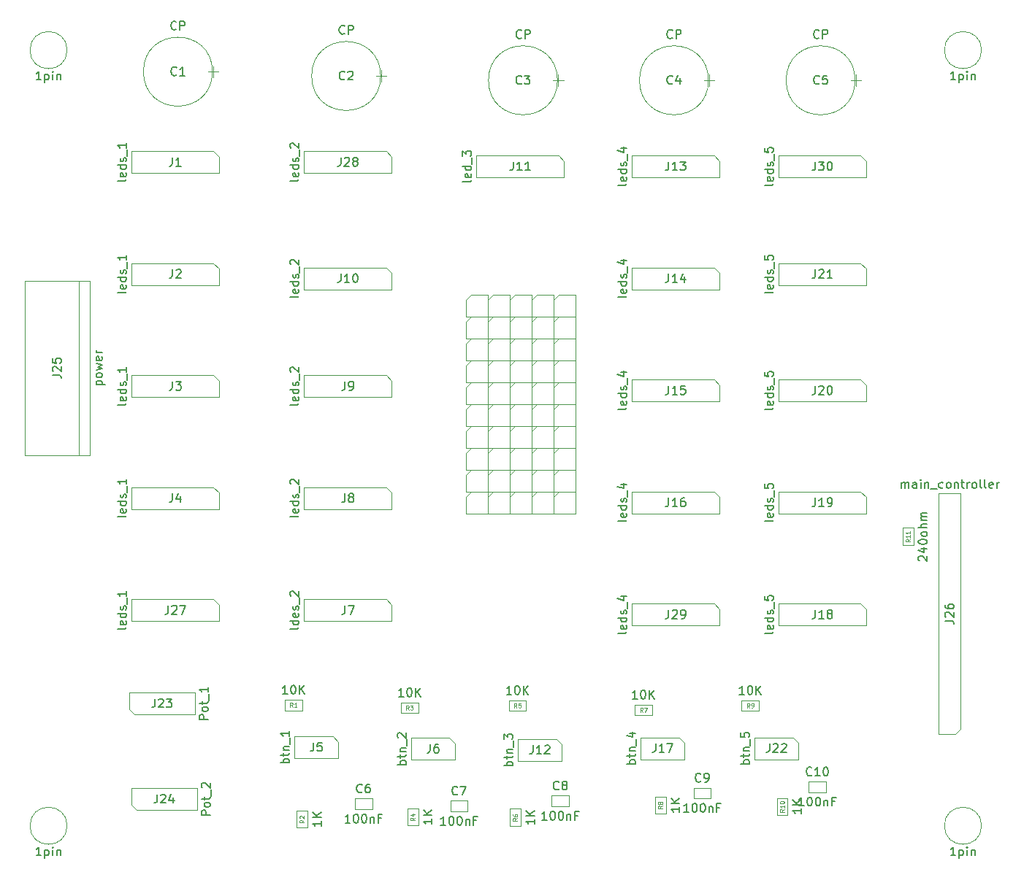
<source format=gbr>
G04 #@! TF.FileFunction,Other,Fab,Top*
%FSLAX46Y46*%
G04 Gerber Fmt 4.6, Leading zero omitted, Abs format (unit mm)*
G04 Created by KiCad (PCBNEW 4.0.7) date Wed Jun 20 13:02:34 2018*
%MOMM*%
%LPD*%
G01*
G04 APERTURE LIST*
%ADD10C,0.100000*%
%ADD11C,0.150000*%
%ADD12C,0.075000*%
G04 APERTURE END LIST*
D10*
X104005000Y-64930000D02*
X105910000Y-64930000D01*
X105910000Y-64930000D02*
X105910000Y-67470000D01*
X105910000Y-67470000D02*
X103370000Y-67470000D01*
X103370000Y-67470000D02*
X103370000Y-65565000D01*
X103370000Y-65565000D02*
X104005000Y-64930000D01*
X106545000Y-64930000D02*
X108450000Y-64930000D01*
X108450000Y-64930000D02*
X108450000Y-67470000D01*
X108450000Y-67470000D02*
X105910000Y-67470000D01*
X105910000Y-67470000D02*
X105910000Y-65565000D01*
X105910000Y-65565000D02*
X106545000Y-64930000D01*
X106545000Y-62390000D02*
X108450000Y-62390000D01*
X108450000Y-62390000D02*
X108450000Y-64930000D01*
X108450000Y-64930000D02*
X105910000Y-64930000D01*
X105910000Y-64930000D02*
X105910000Y-63025000D01*
X105910000Y-63025000D02*
X106545000Y-62390000D01*
X104005000Y-62390000D02*
X105910000Y-62390000D01*
X105910000Y-62390000D02*
X105910000Y-64930000D01*
X105910000Y-64930000D02*
X103370000Y-64930000D01*
X103370000Y-64930000D02*
X103370000Y-63025000D01*
X103370000Y-63025000D02*
X104005000Y-62390000D01*
X109085000Y-62390000D02*
X110990000Y-62390000D01*
X110990000Y-62390000D02*
X110990000Y-64930000D01*
X110990000Y-64930000D02*
X108450000Y-64930000D01*
X108450000Y-64930000D02*
X108450000Y-63025000D01*
X108450000Y-63025000D02*
X109085000Y-62390000D01*
X111625000Y-62390000D02*
X113530000Y-62390000D01*
X113530000Y-62390000D02*
X113530000Y-64930000D01*
X113530000Y-64930000D02*
X110990000Y-64930000D01*
X110990000Y-64930000D02*
X110990000Y-63025000D01*
X110990000Y-63025000D02*
X111625000Y-62390000D01*
X111625000Y-64930000D02*
X113530000Y-64930000D01*
X113530000Y-64930000D02*
X113530000Y-67470000D01*
X113530000Y-67470000D02*
X110990000Y-67470000D01*
X110990000Y-67470000D02*
X110990000Y-65565000D01*
X110990000Y-65565000D02*
X111625000Y-64930000D01*
X109085000Y-64930000D02*
X110990000Y-64930000D01*
X110990000Y-64930000D02*
X110990000Y-67470000D01*
X110990000Y-67470000D02*
X108450000Y-67470000D01*
X108450000Y-67470000D02*
X108450000Y-65565000D01*
X108450000Y-65565000D02*
X109085000Y-64930000D01*
X114165000Y-64930000D02*
X116070000Y-64930000D01*
X116070000Y-64930000D02*
X116070000Y-67470000D01*
X116070000Y-67470000D02*
X113530000Y-67470000D01*
X113530000Y-67470000D02*
X113530000Y-65565000D01*
X113530000Y-65565000D02*
X114165000Y-64930000D01*
X114165000Y-62390000D02*
X116070000Y-62390000D01*
X116070000Y-62390000D02*
X116070000Y-64930000D01*
X116070000Y-64930000D02*
X113530000Y-64930000D01*
X113530000Y-64930000D02*
X113530000Y-63025000D01*
X113530000Y-63025000D02*
X114165000Y-62390000D01*
X104005000Y-75090000D02*
X105910000Y-75090000D01*
X105910000Y-75090000D02*
X105910000Y-77630000D01*
X105910000Y-77630000D02*
X103370000Y-77630000D01*
X103370000Y-77630000D02*
X103370000Y-75725000D01*
X103370000Y-75725000D02*
X104005000Y-75090000D01*
X106545000Y-75090000D02*
X108450000Y-75090000D01*
X108450000Y-75090000D02*
X108450000Y-77630000D01*
X108450000Y-77630000D02*
X105910000Y-77630000D01*
X105910000Y-77630000D02*
X105910000Y-75725000D01*
X105910000Y-75725000D02*
X106545000Y-75090000D01*
X106545000Y-72550000D02*
X108450000Y-72550000D01*
X108450000Y-72550000D02*
X108450000Y-75090000D01*
X108450000Y-75090000D02*
X105910000Y-75090000D01*
X105910000Y-75090000D02*
X105910000Y-73185000D01*
X105910000Y-73185000D02*
X106545000Y-72550000D01*
X104005000Y-72550000D02*
X105910000Y-72550000D01*
X105910000Y-72550000D02*
X105910000Y-75090000D01*
X105910000Y-75090000D02*
X103370000Y-75090000D01*
X103370000Y-75090000D02*
X103370000Y-73185000D01*
X103370000Y-73185000D02*
X104005000Y-72550000D01*
X109085000Y-72550000D02*
X110990000Y-72550000D01*
X110990000Y-72550000D02*
X110990000Y-75090000D01*
X110990000Y-75090000D02*
X108450000Y-75090000D01*
X108450000Y-75090000D02*
X108450000Y-73185000D01*
X108450000Y-73185000D02*
X109085000Y-72550000D01*
X111625000Y-72550000D02*
X113530000Y-72550000D01*
X113530000Y-72550000D02*
X113530000Y-75090000D01*
X113530000Y-75090000D02*
X110990000Y-75090000D01*
X110990000Y-75090000D02*
X110990000Y-73185000D01*
X110990000Y-73185000D02*
X111625000Y-72550000D01*
X111625000Y-75090000D02*
X113530000Y-75090000D01*
X113530000Y-75090000D02*
X113530000Y-77630000D01*
X113530000Y-77630000D02*
X110990000Y-77630000D01*
X110990000Y-77630000D02*
X110990000Y-75725000D01*
X110990000Y-75725000D02*
X111625000Y-75090000D01*
X109085000Y-75090000D02*
X110990000Y-75090000D01*
X110990000Y-75090000D02*
X110990000Y-77630000D01*
X110990000Y-77630000D02*
X108450000Y-77630000D01*
X108450000Y-77630000D02*
X108450000Y-75725000D01*
X108450000Y-75725000D02*
X109085000Y-75090000D01*
X114165000Y-75090000D02*
X116070000Y-75090000D01*
X116070000Y-75090000D02*
X116070000Y-77630000D01*
X116070000Y-77630000D02*
X113530000Y-77630000D01*
X113530000Y-77630000D02*
X113530000Y-75725000D01*
X113530000Y-75725000D02*
X114165000Y-75090000D01*
X114165000Y-72550000D02*
X116070000Y-72550000D01*
X116070000Y-72550000D02*
X116070000Y-75090000D01*
X116070000Y-75090000D02*
X113530000Y-75090000D01*
X113530000Y-75090000D02*
X113530000Y-73185000D01*
X113530000Y-73185000D02*
X114165000Y-72550000D01*
X114165000Y-67470000D02*
X116070000Y-67470000D01*
X116070000Y-67470000D02*
X116070000Y-70010000D01*
X116070000Y-70010000D02*
X113530000Y-70010000D01*
X113530000Y-70010000D02*
X113530000Y-68105000D01*
X113530000Y-68105000D02*
X114165000Y-67470000D01*
X114165000Y-70010000D02*
X116070000Y-70010000D01*
X116070000Y-70010000D02*
X116070000Y-72550000D01*
X116070000Y-72550000D02*
X113530000Y-72550000D01*
X113530000Y-72550000D02*
X113530000Y-70645000D01*
X113530000Y-70645000D02*
X114165000Y-70010000D01*
X109085000Y-70010000D02*
X110990000Y-70010000D01*
X110990000Y-70010000D02*
X110990000Y-72550000D01*
X110990000Y-72550000D02*
X108450000Y-72550000D01*
X108450000Y-72550000D02*
X108450000Y-70645000D01*
X108450000Y-70645000D02*
X109085000Y-70010000D01*
X111625000Y-70010000D02*
X113530000Y-70010000D01*
X113530000Y-70010000D02*
X113530000Y-72550000D01*
X113530000Y-72550000D02*
X110990000Y-72550000D01*
X110990000Y-72550000D02*
X110990000Y-70645000D01*
X110990000Y-70645000D02*
X111625000Y-70010000D01*
X111625000Y-67470000D02*
X113530000Y-67470000D01*
X113530000Y-67470000D02*
X113530000Y-70010000D01*
X113530000Y-70010000D02*
X110990000Y-70010000D01*
X110990000Y-70010000D02*
X110990000Y-68105000D01*
X110990000Y-68105000D02*
X111625000Y-67470000D01*
X109085000Y-67470000D02*
X110990000Y-67470000D01*
X110990000Y-67470000D02*
X110990000Y-70010000D01*
X110990000Y-70010000D02*
X108450000Y-70010000D01*
X108450000Y-70010000D02*
X108450000Y-68105000D01*
X108450000Y-68105000D02*
X109085000Y-67470000D01*
X104005000Y-67470000D02*
X105910000Y-67470000D01*
X105910000Y-67470000D02*
X105910000Y-70010000D01*
X105910000Y-70010000D02*
X103370000Y-70010000D01*
X103370000Y-70010000D02*
X103370000Y-68105000D01*
X103370000Y-68105000D02*
X104005000Y-67470000D01*
X106545000Y-67470000D02*
X108450000Y-67470000D01*
X108450000Y-67470000D02*
X108450000Y-70010000D01*
X108450000Y-70010000D02*
X105910000Y-70010000D01*
X105910000Y-70010000D02*
X105910000Y-68105000D01*
X105910000Y-68105000D02*
X106545000Y-67470000D01*
X106545000Y-70010000D02*
X108450000Y-70010000D01*
X108450000Y-70010000D02*
X108450000Y-72550000D01*
X108450000Y-72550000D02*
X105910000Y-72550000D01*
X105910000Y-72550000D02*
X105910000Y-70645000D01*
X105910000Y-70645000D02*
X106545000Y-70010000D01*
X104005000Y-70010000D02*
X105910000Y-70010000D01*
X105910000Y-70010000D02*
X105910000Y-72550000D01*
X105910000Y-72550000D02*
X103370000Y-72550000D01*
X103370000Y-72550000D02*
X103370000Y-70645000D01*
X103370000Y-70645000D02*
X104005000Y-70010000D01*
X104005000Y-80170000D02*
X105910000Y-80170000D01*
X105910000Y-80170000D02*
X105910000Y-82710000D01*
X105910000Y-82710000D02*
X103370000Y-82710000D01*
X103370000Y-82710000D02*
X103370000Y-80805000D01*
X103370000Y-80805000D02*
X104005000Y-80170000D01*
X106545000Y-80170000D02*
X108450000Y-80170000D01*
X108450000Y-80170000D02*
X108450000Y-82710000D01*
X108450000Y-82710000D02*
X105910000Y-82710000D01*
X105910000Y-82710000D02*
X105910000Y-80805000D01*
X105910000Y-80805000D02*
X106545000Y-80170000D01*
X106545000Y-77630000D02*
X108450000Y-77630000D01*
X108450000Y-77630000D02*
X108450000Y-80170000D01*
X108450000Y-80170000D02*
X105910000Y-80170000D01*
X105910000Y-80170000D02*
X105910000Y-78265000D01*
X105910000Y-78265000D02*
X106545000Y-77630000D01*
X104005000Y-77630000D02*
X105910000Y-77630000D01*
X105910000Y-77630000D02*
X105910000Y-80170000D01*
X105910000Y-80170000D02*
X103370000Y-80170000D01*
X103370000Y-80170000D02*
X103370000Y-78265000D01*
X103370000Y-78265000D02*
X104005000Y-77630000D01*
X109085000Y-77630000D02*
X110990000Y-77630000D01*
X110990000Y-77630000D02*
X110990000Y-80170000D01*
X110990000Y-80170000D02*
X108450000Y-80170000D01*
X108450000Y-80170000D02*
X108450000Y-78265000D01*
X108450000Y-78265000D02*
X109085000Y-77630000D01*
X111625000Y-77630000D02*
X113530000Y-77630000D01*
X113530000Y-77630000D02*
X113530000Y-80170000D01*
X113530000Y-80170000D02*
X110990000Y-80170000D01*
X110990000Y-80170000D02*
X110990000Y-78265000D01*
X110990000Y-78265000D02*
X111625000Y-77630000D01*
X111625000Y-80170000D02*
X113530000Y-80170000D01*
X113530000Y-80170000D02*
X113530000Y-82710000D01*
X113530000Y-82710000D02*
X110990000Y-82710000D01*
X110990000Y-82710000D02*
X110990000Y-80805000D01*
X110990000Y-80805000D02*
X111625000Y-80170000D01*
X109085000Y-80170000D02*
X110990000Y-80170000D01*
X110990000Y-80170000D02*
X110990000Y-82710000D01*
X110990000Y-82710000D02*
X108450000Y-82710000D01*
X108450000Y-82710000D02*
X108450000Y-80805000D01*
X108450000Y-80805000D02*
X109085000Y-80170000D01*
X114165000Y-80170000D02*
X116070000Y-80170000D01*
X116070000Y-80170000D02*
X116070000Y-82710000D01*
X116070000Y-82710000D02*
X113530000Y-82710000D01*
X113530000Y-82710000D02*
X113530000Y-80805000D01*
X113530000Y-80805000D02*
X114165000Y-80170000D01*
X114165000Y-77630000D02*
X116070000Y-77630000D01*
X116070000Y-77630000D02*
X116070000Y-80170000D01*
X116070000Y-80170000D02*
X113530000Y-80170000D01*
X113530000Y-80170000D02*
X113530000Y-78265000D01*
X113530000Y-78265000D02*
X114165000Y-77630000D01*
X114165000Y-82710000D02*
X116070000Y-82710000D01*
X116070000Y-82710000D02*
X116070000Y-85250000D01*
X116070000Y-85250000D02*
X113530000Y-85250000D01*
X113530000Y-85250000D02*
X113530000Y-83345000D01*
X113530000Y-83345000D02*
X114165000Y-82710000D01*
X114165000Y-85250000D02*
X116070000Y-85250000D01*
X116070000Y-85250000D02*
X116070000Y-87790000D01*
X116070000Y-87790000D02*
X113530000Y-87790000D01*
X113530000Y-87790000D02*
X113530000Y-85885000D01*
X113530000Y-85885000D02*
X114165000Y-85250000D01*
X109085000Y-85250000D02*
X110990000Y-85250000D01*
X110990000Y-85250000D02*
X110990000Y-87790000D01*
X110990000Y-87790000D02*
X108450000Y-87790000D01*
X108450000Y-87790000D02*
X108450000Y-85885000D01*
X108450000Y-85885000D02*
X109085000Y-85250000D01*
X111625000Y-85250000D02*
X113530000Y-85250000D01*
X113530000Y-85250000D02*
X113530000Y-87790000D01*
X113530000Y-87790000D02*
X110990000Y-87790000D01*
X110990000Y-87790000D02*
X110990000Y-85885000D01*
X110990000Y-85885000D02*
X111625000Y-85250000D01*
X111625000Y-82710000D02*
X113530000Y-82710000D01*
X113530000Y-82710000D02*
X113530000Y-85250000D01*
X113530000Y-85250000D02*
X110990000Y-85250000D01*
X110990000Y-85250000D02*
X110990000Y-83345000D01*
X110990000Y-83345000D02*
X111625000Y-82710000D01*
X109085000Y-82710000D02*
X110990000Y-82710000D01*
X110990000Y-82710000D02*
X110990000Y-85250000D01*
X110990000Y-85250000D02*
X108450000Y-85250000D01*
X108450000Y-85250000D02*
X108450000Y-83345000D01*
X108450000Y-83345000D02*
X109085000Y-82710000D01*
X104005000Y-82710000D02*
X105910000Y-82710000D01*
X105910000Y-82710000D02*
X105910000Y-85250000D01*
X105910000Y-85250000D02*
X103370000Y-85250000D01*
X103370000Y-85250000D02*
X103370000Y-83345000D01*
X103370000Y-83345000D02*
X104005000Y-82710000D01*
X106545000Y-82710000D02*
X108450000Y-82710000D01*
X108450000Y-82710000D02*
X108450000Y-85250000D01*
X108450000Y-85250000D02*
X105910000Y-85250000D01*
X105910000Y-85250000D02*
X105910000Y-83345000D01*
X105910000Y-83345000D02*
X106545000Y-82710000D01*
X106545000Y-85250000D02*
X108450000Y-85250000D01*
X108450000Y-85250000D02*
X108450000Y-87790000D01*
X108450000Y-87790000D02*
X105910000Y-87790000D01*
X105910000Y-87790000D02*
X105910000Y-85885000D01*
X105910000Y-85885000D02*
X106545000Y-85250000D01*
X104005000Y-85250000D02*
X105910000Y-85250000D01*
X105910000Y-85250000D02*
X105910000Y-87790000D01*
X105910000Y-87790000D02*
X103370000Y-87790000D01*
X103370000Y-87790000D02*
X103370000Y-85885000D01*
X103370000Y-85885000D02*
X104005000Y-85250000D01*
X132770000Y-98865000D02*
X132770000Y-100770000D01*
X132770000Y-100770000D02*
X122610000Y-100770000D01*
X122610000Y-100770000D02*
X122610000Y-98230000D01*
X122610000Y-98230000D02*
X132135000Y-98230000D01*
X132135000Y-98230000D02*
X132770000Y-98865000D01*
X90511500Y-122079000D02*
X90511500Y-120839000D01*
X92511500Y-122079000D02*
X90511500Y-122079000D01*
X92511500Y-120839000D02*
X92511500Y-122079000D01*
X90511500Y-120839000D02*
X92511500Y-120839000D01*
X101576000Y-122333000D02*
X101576000Y-121093000D01*
X103576000Y-122333000D02*
X101576000Y-122333000D01*
X103576000Y-121093000D02*
X103576000Y-122333000D01*
X101576000Y-121093000D02*
X103576000Y-121093000D01*
X113323000Y-121745500D02*
X113323000Y-120505500D01*
X115323000Y-121745500D02*
X113323000Y-121745500D01*
X115323000Y-120505500D02*
X115323000Y-121745500D01*
X113323000Y-120505500D02*
X115323000Y-120505500D01*
X129769500Y-120825000D02*
X129769500Y-119585000D01*
X131769500Y-120825000D02*
X129769500Y-120825000D01*
X131769500Y-119585000D02*
X131769500Y-120825000D01*
X129769500Y-119585000D02*
X131769500Y-119585000D01*
X143119500Y-120110500D02*
X143119500Y-118870500D01*
X145119500Y-120110500D02*
X143119500Y-120110500D01*
X145119500Y-118870500D02*
X145119500Y-120110500D01*
X143119500Y-118870500D02*
X145119500Y-118870500D01*
X74770000Y-46365000D02*
X74770000Y-48270000D01*
X74770000Y-48270000D02*
X64610000Y-48270000D01*
X64610000Y-48270000D02*
X64610000Y-45730000D01*
X64610000Y-45730000D02*
X74135000Y-45730000D01*
X74135000Y-45730000D02*
X74770000Y-46365000D01*
X74770000Y-59365000D02*
X74770000Y-61270000D01*
X74770000Y-61270000D02*
X64610000Y-61270000D01*
X64610000Y-61270000D02*
X64610000Y-58730000D01*
X64610000Y-58730000D02*
X74135000Y-58730000D01*
X74135000Y-58730000D02*
X74770000Y-59365000D01*
X74770000Y-72365000D02*
X74770000Y-74270000D01*
X74770000Y-74270000D02*
X64610000Y-74270000D01*
X64610000Y-74270000D02*
X64610000Y-71730000D01*
X64610000Y-71730000D02*
X74135000Y-71730000D01*
X74135000Y-71730000D02*
X74770000Y-72365000D01*
X74770000Y-85365000D02*
X74770000Y-87270000D01*
X74770000Y-87270000D02*
X64610000Y-87270000D01*
X64610000Y-87270000D02*
X64610000Y-84730000D01*
X64610000Y-84730000D02*
X74135000Y-84730000D01*
X74135000Y-84730000D02*
X74770000Y-85365000D01*
X88590500Y-114252500D02*
X88590500Y-116157500D01*
X88590500Y-116157500D02*
X83510500Y-116157500D01*
X83510500Y-116157500D02*
X83510500Y-113617500D01*
X83510500Y-113617500D02*
X87955500Y-113617500D01*
X87955500Y-113617500D02*
X88590500Y-114252500D01*
X102116000Y-114443000D02*
X102116000Y-116348000D01*
X102116000Y-116348000D02*
X97036000Y-116348000D01*
X97036000Y-116348000D02*
X97036000Y-113808000D01*
X97036000Y-113808000D02*
X101481000Y-113808000D01*
X101481000Y-113808000D02*
X102116000Y-114443000D01*
X94770000Y-98365000D02*
X94770000Y-100270000D01*
X94770000Y-100270000D02*
X84610000Y-100270000D01*
X84610000Y-100270000D02*
X84610000Y-97730000D01*
X84610000Y-97730000D02*
X94135000Y-97730000D01*
X94135000Y-97730000D02*
X94770000Y-98365000D01*
X94770000Y-85365000D02*
X94770000Y-87270000D01*
X94770000Y-87270000D02*
X84610000Y-87270000D01*
X84610000Y-87270000D02*
X84610000Y-84730000D01*
X84610000Y-84730000D02*
X94135000Y-84730000D01*
X94135000Y-84730000D02*
X94770000Y-85365000D01*
X94770000Y-72365000D02*
X94770000Y-74270000D01*
X94770000Y-74270000D02*
X84610000Y-74270000D01*
X84610000Y-74270000D02*
X84610000Y-71730000D01*
X84610000Y-71730000D02*
X94135000Y-71730000D01*
X94135000Y-71730000D02*
X94770000Y-72365000D01*
X94770000Y-59865000D02*
X94770000Y-61770000D01*
X94770000Y-61770000D02*
X84610000Y-61770000D01*
X84610000Y-61770000D02*
X84610000Y-59230000D01*
X84610000Y-59230000D02*
X94135000Y-59230000D01*
X94135000Y-59230000D02*
X94770000Y-59865000D01*
X114770000Y-46865000D02*
X114770000Y-48770000D01*
X114770000Y-48770000D02*
X104610000Y-48770000D01*
X104610000Y-48770000D02*
X104610000Y-46230000D01*
X104610000Y-46230000D02*
X114135000Y-46230000D01*
X114135000Y-46230000D02*
X114770000Y-46865000D01*
X114498500Y-114570000D02*
X114498500Y-116475000D01*
X114498500Y-116475000D02*
X109418500Y-116475000D01*
X109418500Y-116475000D02*
X109418500Y-113935000D01*
X109418500Y-113935000D02*
X113863500Y-113935000D01*
X113863500Y-113935000D02*
X114498500Y-114570000D01*
X132770000Y-46865000D02*
X132770000Y-48770000D01*
X132770000Y-48770000D02*
X122610000Y-48770000D01*
X122610000Y-48770000D02*
X122610000Y-46230000D01*
X122610000Y-46230000D02*
X132135000Y-46230000D01*
X132135000Y-46230000D02*
X132770000Y-46865000D01*
X132770000Y-59865000D02*
X132770000Y-61770000D01*
X132770000Y-61770000D02*
X122610000Y-61770000D01*
X122610000Y-61770000D02*
X122610000Y-59230000D01*
X122610000Y-59230000D02*
X132135000Y-59230000D01*
X132135000Y-59230000D02*
X132770000Y-59865000D01*
X132770000Y-72865000D02*
X132770000Y-74770000D01*
X132770000Y-74770000D02*
X122610000Y-74770000D01*
X122610000Y-74770000D02*
X122610000Y-72230000D01*
X122610000Y-72230000D02*
X132135000Y-72230000D01*
X132135000Y-72230000D02*
X132770000Y-72865000D01*
X132770000Y-85865000D02*
X132770000Y-87770000D01*
X132770000Y-87770000D02*
X122610000Y-87770000D01*
X122610000Y-87770000D02*
X122610000Y-85230000D01*
X122610000Y-85230000D02*
X132135000Y-85230000D01*
X132135000Y-85230000D02*
X132770000Y-85865000D01*
X128722500Y-114379500D02*
X128722500Y-116284500D01*
X128722500Y-116284500D02*
X123642500Y-116284500D01*
X123642500Y-116284500D02*
X123642500Y-113744500D01*
X123642500Y-113744500D02*
X128087500Y-113744500D01*
X128087500Y-113744500D02*
X128722500Y-114379500D01*
X149770000Y-98865000D02*
X149770000Y-100770000D01*
X149770000Y-100770000D02*
X139610000Y-100770000D01*
X139610000Y-100770000D02*
X139610000Y-98230000D01*
X139610000Y-98230000D02*
X149135000Y-98230000D01*
X149135000Y-98230000D02*
X149770000Y-98865000D01*
X149770000Y-85865000D02*
X149770000Y-87770000D01*
X149770000Y-87770000D02*
X139610000Y-87770000D01*
X139610000Y-87770000D02*
X139610000Y-85230000D01*
X139610000Y-85230000D02*
X149135000Y-85230000D01*
X149135000Y-85230000D02*
X149770000Y-85865000D01*
X149770000Y-72865000D02*
X149770000Y-74770000D01*
X149770000Y-74770000D02*
X139610000Y-74770000D01*
X139610000Y-74770000D02*
X139610000Y-72230000D01*
X139610000Y-72230000D02*
X149135000Y-72230000D01*
X149135000Y-72230000D02*
X149770000Y-72865000D01*
X149770000Y-59365000D02*
X149770000Y-61270000D01*
X149770000Y-61270000D02*
X139610000Y-61270000D01*
X139610000Y-61270000D02*
X139610000Y-58730000D01*
X139610000Y-58730000D02*
X149135000Y-58730000D01*
X149135000Y-58730000D02*
X149770000Y-59365000D01*
X141930500Y-114379500D02*
X141930500Y-116284500D01*
X141930500Y-116284500D02*
X136850500Y-116284500D01*
X136850500Y-116284500D02*
X136850500Y-113744500D01*
X136850500Y-113744500D02*
X141295500Y-113744500D01*
X141295500Y-113744500D02*
X141930500Y-114379500D01*
X64332000Y-110451000D02*
X64332000Y-108546000D01*
X64332000Y-108546000D02*
X71952000Y-108546000D01*
X71952000Y-108546000D02*
X71952000Y-111086000D01*
X71952000Y-111086000D02*
X64967000Y-111086000D01*
X64967000Y-111086000D02*
X64332000Y-110451000D01*
X64586000Y-121541000D02*
X64586000Y-119636000D01*
X64586000Y-119636000D02*
X72206000Y-119636000D01*
X72206000Y-119636000D02*
X72206000Y-122176000D01*
X72206000Y-122176000D02*
X65221000Y-122176000D01*
X65221000Y-122176000D02*
X64586000Y-121541000D01*
X160098000Y-113365000D02*
X158193000Y-113365000D01*
X158193000Y-113365000D02*
X158193000Y-85425000D01*
X158193000Y-85425000D02*
X160733000Y-85425000D01*
X160733000Y-85425000D02*
X160733000Y-112730000D01*
X160733000Y-112730000D02*
X160098000Y-113365000D01*
X84383500Y-109378000D02*
X84383500Y-110618000D01*
X82383500Y-109378000D02*
X84383500Y-109378000D01*
X82383500Y-110618000D02*
X82383500Y-109378000D01*
X84383500Y-110618000D02*
X82383500Y-110618000D01*
X85019500Y-124237000D02*
X83779500Y-124237000D01*
X85019500Y-122237000D02*
X85019500Y-124237000D01*
X83779500Y-122237000D02*
X85019500Y-122237000D01*
X83779500Y-124237000D02*
X83779500Y-122237000D01*
X97845500Y-109695500D02*
X97845500Y-110935500D01*
X95845500Y-109695500D02*
X97845500Y-109695500D01*
X95845500Y-110935500D02*
X95845500Y-109695500D01*
X97845500Y-110935500D02*
X95845500Y-110935500D01*
X97862000Y-123983000D02*
X96622000Y-123983000D01*
X97862000Y-121983000D02*
X97862000Y-123983000D01*
X96622000Y-121983000D02*
X97862000Y-121983000D01*
X96622000Y-123983000D02*
X96622000Y-121983000D01*
X110355000Y-109441500D02*
X110355000Y-110681500D01*
X108355000Y-109441500D02*
X110355000Y-109441500D01*
X108355000Y-110681500D02*
X108355000Y-109441500D01*
X110355000Y-110681500D02*
X108355000Y-110681500D01*
X109736000Y-124030500D02*
X108496000Y-124030500D01*
X109736000Y-122030500D02*
X109736000Y-124030500D01*
X108496000Y-122030500D02*
X109736000Y-122030500D01*
X108496000Y-124030500D02*
X108496000Y-122030500D01*
X124960000Y-109949500D02*
X124960000Y-111189500D01*
X122960000Y-109949500D02*
X124960000Y-109949500D01*
X122960000Y-111189500D02*
X122960000Y-109949500D01*
X124960000Y-111189500D02*
X122960000Y-111189500D01*
X126563500Y-122602000D02*
X125323500Y-122602000D01*
X126563500Y-120602000D02*
X126563500Y-122602000D01*
X125323500Y-120602000D02*
X126563500Y-120602000D01*
X125323500Y-122602000D02*
X125323500Y-120602000D01*
X137342500Y-109441500D02*
X137342500Y-110681500D01*
X135342500Y-109441500D02*
X137342500Y-109441500D01*
X135342500Y-110681500D02*
X135342500Y-109441500D01*
X137342500Y-110681500D02*
X135342500Y-110681500D01*
X140675500Y-122776500D02*
X139435500Y-122776500D01*
X140675500Y-120776500D02*
X140675500Y-122776500D01*
X139435500Y-120776500D02*
X140675500Y-120776500D01*
X139435500Y-122776500D02*
X139435500Y-120776500D01*
X74770000Y-98365000D02*
X74770000Y-100270000D01*
X74770000Y-100270000D02*
X64610000Y-100270000D01*
X64610000Y-100270000D02*
X64610000Y-97730000D01*
X64610000Y-97730000D02*
X74135000Y-97730000D01*
X74135000Y-97730000D02*
X74770000Y-98365000D01*
X94770000Y-46365000D02*
X94770000Y-48270000D01*
X94770000Y-48270000D02*
X84610000Y-48270000D01*
X84610000Y-48270000D02*
X84610000Y-45730000D01*
X84610000Y-45730000D02*
X94135000Y-45730000D01*
X94135000Y-45730000D02*
X94770000Y-46365000D01*
X149770000Y-46865000D02*
X149770000Y-48770000D01*
X149770000Y-48770000D02*
X139610000Y-48770000D01*
X139610000Y-48770000D02*
X139610000Y-46230000D01*
X139610000Y-46230000D02*
X149135000Y-46230000D01*
X149135000Y-46230000D02*
X149770000Y-46865000D01*
X74000000Y-36500000D02*
G75*
G03X74000000Y-36500000I-4000000J0D01*
G01*
X74700000Y-36500000D02*
X73500000Y-36500000D01*
X74100000Y-37150000D02*
X74100000Y-35850000D01*
X93500000Y-37000000D02*
G75*
G03X93500000Y-37000000I-4000000J0D01*
G01*
X94200000Y-37000000D02*
X93000000Y-37000000D01*
X93600000Y-37650000D02*
X93600000Y-36350000D01*
X114000000Y-37500000D02*
G75*
G03X114000000Y-37500000I-4000000J0D01*
G01*
X114700000Y-37500000D02*
X113500000Y-37500000D01*
X114100000Y-38150000D02*
X114100000Y-36850000D01*
X131500000Y-37500000D02*
G75*
G03X131500000Y-37500000I-4000000J0D01*
G01*
X132200000Y-37500000D02*
X131000000Y-37500000D01*
X131600000Y-38150000D02*
X131600000Y-36850000D01*
X148500000Y-37500000D02*
G75*
G03X148500000Y-37500000I-4000000J0D01*
G01*
X149200000Y-37500000D02*
X148000000Y-37500000D01*
X148600000Y-38150000D02*
X148600000Y-36850000D01*
X155257000Y-91441500D02*
X154017000Y-91441500D01*
X155257000Y-89441500D02*
X155257000Y-91441500D01*
X154017000Y-89441500D02*
X155257000Y-89441500D01*
X154017000Y-91441500D02*
X154017000Y-89441500D01*
X163154066Y-34000000D02*
G75*
G03X163154066Y-34000000I-2154066J0D01*
G01*
X57154066Y-34000000D02*
G75*
G03X57154066Y-34000000I-2154066J0D01*
G01*
X57154066Y-124000000D02*
G75*
G03X57154066Y-124000000I-2154066J0D01*
G01*
X163154066Y-124000000D02*
G75*
G03X163154066Y-124000000I-2154066J0D01*
G01*
X58550000Y-80980000D02*
X58550000Y-60780000D01*
X59750000Y-80930000D02*
X59750000Y-80980000D01*
X59750000Y-80980000D02*
X52250000Y-80980000D01*
X52250000Y-80980000D02*
X52250000Y-60780000D01*
X52250000Y-60780000D02*
X59750000Y-60780000D01*
X59750000Y-60780000D02*
X59750000Y-80930000D01*
D11*
X122002381Y-101523810D02*
X121954762Y-101619048D01*
X121859524Y-101666667D01*
X121002381Y-101666667D01*
X121954762Y-100761904D02*
X122002381Y-100857142D01*
X122002381Y-101047619D01*
X121954762Y-101142857D01*
X121859524Y-101190476D01*
X121478571Y-101190476D01*
X121383333Y-101142857D01*
X121335714Y-101047619D01*
X121335714Y-100857142D01*
X121383333Y-100761904D01*
X121478571Y-100714285D01*
X121573810Y-100714285D01*
X121669048Y-101190476D01*
X122002381Y-99857142D02*
X121002381Y-99857142D01*
X121954762Y-99857142D02*
X122002381Y-99952380D01*
X122002381Y-100142857D01*
X121954762Y-100238095D01*
X121907143Y-100285714D01*
X121811905Y-100333333D01*
X121526190Y-100333333D01*
X121430952Y-100285714D01*
X121383333Y-100238095D01*
X121335714Y-100142857D01*
X121335714Y-99952380D01*
X121383333Y-99857142D01*
X121954762Y-99428571D02*
X122002381Y-99333333D01*
X122002381Y-99142857D01*
X121954762Y-99047618D01*
X121859524Y-98999999D01*
X121811905Y-98999999D01*
X121716667Y-99047618D01*
X121669048Y-99142857D01*
X121669048Y-99285714D01*
X121621429Y-99380952D01*
X121526190Y-99428571D01*
X121478571Y-99428571D01*
X121383333Y-99380952D01*
X121335714Y-99285714D01*
X121335714Y-99142857D01*
X121383333Y-99047618D01*
X122097619Y-98809523D02*
X122097619Y-98047618D01*
X121335714Y-97380951D02*
X122002381Y-97380951D01*
X120954762Y-97619047D02*
X121669048Y-97857142D01*
X121669048Y-97238094D01*
X126880477Y-98952381D02*
X126880477Y-99666667D01*
X126832857Y-99809524D01*
X126737619Y-99904762D01*
X126594762Y-99952381D01*
X126499524Y-99952381D01*
X127309048Y-99047619D02*
X127356667Y-99000000D01*
X127451905Y-98952381D01*
X127690001Y-98952381D01*
X127785239Y-99000000D01*
X127832858Y-99047619D01*
X127880477Y-99142857D01*
X127880477Y-99238095D01*
X127832858Y-99380952D01*
X127261429Y-99952381D01*
X127880477Y-99952381D01*
X128356667Y-99952381D02*
X128547143Y-99952381D01*
X128642382Y-99904762D01*
X128690001Y-99857143D01*
X128785239Y-99714286D01*
X128832858Y-99523810D01*
X128832858Y-99142857D01*
X128785239Y-99047619D01*
X128737620Y-99000000D01*
X128642382Y-98952381D01*
X128451905Y-98952381D01*
X128356667Y-99000000D01*
X128309048Y-99047619D01*
X128261429Y-99142857D01*
X128261429Y-99380952D01*
X128309048Y-99476190D01*
X128356667Y-99523810D01*
X128451905Y-99571429D01*
X128642382Y-99571429D01*
X128737620Y-99523810D01*
X128785239Y-99476190D01*
X128832858Y-99380952D01*
X89963881Y-123661381D02*
X89392452Y-123661381D01*
X89678166Y-123661381D02*
X89678166Y-122661381D01*
X89582928Y-122804238D01*
X89487690Y-122899476D01*
X89392452Y-122947095D01*
X90582928Y-122661381D02*
X90678167Y-122661381D01*
X90773405Y-122709000D01*
X90821024Y-122756619D01*
X90868643Y-122851857D01*
X90916262Y-123042333D01*
X90916262Y-123280429D01*
X90868643Y-123470905D01*
X90821024Y-123566143D01*
X90773405Y-123613762D01*
X90678167Y-123661381D01*
X90582928Y-123661381D01*
X90487690Y-123613762D01*
X90440071Y-123566143D01*
X90392452Y-123470905D01*
X90344833Y-123280429D01*
X90344833Y-123042333D01*
X90392452Y-122851857D01*
X90440071Y-122756619D01*
X90487690Y-122709000D01*
X90582928Y-122661381D01*
X91535309Y-122661381D02*
X91630548Y-122661381D01*
X91725786Y-122709000D01*
X91773405Y-122756619D01*
X91821024Y-122851857D01*
X91868643Y-123042333D01*
X91868643Y-123280429D01*
X91821024Y-123470905D01*
X91773405Y-123566143D01*
X91725786Y-123613762D01*
X91630548Y-123661381D01*
X91535309Y-123661381D01*
X91440071Y-123613762D01*
X91392452Y-123566143D01*
X91344833Y-123470905D01*
X91297214Y-123280429D01*
X91297214Y-123042333D01*
X91344833Y-122851857D01*
X91392452Y-122756619D01*
X91440071Y-122709000D01*
X91535309Y-122661381D01*
X92297214Y-122994714D02*
X92297214Y-123661381D01*
X92297214Y-123089952D02*
X92344833Y-123042333D01*
X92440071Y-122994714D01*
X92582929Y-122994714D01*
X92678167Y-123042333D01*
X92725786Y-123137571D01*
X92725786Y-123661381D01*
X93535310Y-123137571D02*
X93201976Y-123137571D01*
X93201976Y-123661381D02*
X93201976Y-122661381D01*
X93678167Y-122661381D01*
X91344834Y-120066143D02*
X91297215Y-120113762D01*
X91154358Y-120161381D01*
X91059120Y-120161381D01*
X90916262Y-120113762D01*
X90821024Y-120018524D01*
X90773405Y-119923286D01*
X90725786Y-119732810D01*
X90725786Y-119589952D01*
X90773405Y-119399476D01*
X90821024Y-119304238D01*
X90916262Y-119209000D01*
X91059120Y-119161381D01*
X91154358Y-119161381D01*
X91297215Y-119209000D01*
X91344834Y-119256619D01*
X92201977Y-119161381D02*
X92011500Y-119161381D01*
X91916262Y-119209000D01*
X91868643Y-119256619D01*
X91773405Y-119399476D01*
X91725786Y-119589952D01*
X91725786Y-119970905D01*
X91773405Y-120066143D01*
X91821024Y-120113762D01*
X91916262Y-120161381D01*
X92106739Y-120161381D01*
X92201977Y-120113762D01*
X92249596Y-120066143D01*
X92297215Y-119970905D01*
X92297215Y-119732810D01*
X92249596Y-119637571D01*
X92201977Y-119589952D01*
X92106739Y-119542333D01*
X91916262Y-119542333D01*
X91821024Y-119589952D01*
X91773405Y-119637571D01*
X91725786Y-119732810D01*
X101028381Y-123915381D02*
X100456952Y-123915381D01*
X100742666Y-123915381D02*
X100742666Y-122915381D01*
X100647428Y-123058238D01*
X100552190Y-123153476D01*
X100456952Y-123201095D01*
X101647428Y-122915381D02*
X101742667Y-122915381D01*
X101837905Y-122963000D01*
X101885524Y-123010619D01*
X101933143Y-123105857D01*
X101980762Y-123296333D01*
X101980762Y-123534429D01*
X101933143Y-123724905D01*
X101885524Y-123820143D01*
X101837905Y-123867762D01*
X101742667Y-123915381D01*
X101647428Y-123915381D01*
X101552190Y-123867762D01*
X101504571Y-123820143D01*
X101456952Y-123724905D01*
X101409333Y-123534429D01*
X101409333Y-123296333D01*
X101456952Y-123105857D01*
X101504571Y-123010619D01*
X101552190Y-122963000D01*
X101647428Y-122915381D01*
X102599809Y-122915381D02*
X102695048Y-122915381D01*
X102790286Y-122963000D01*
X102837905Y-123010619D01*
X102885524Y-123105857D01*
X102933143Y-123296333D01*
X102933143Y-123534429D01*
X102885524Y-123724905D01*
X102837905Y-123820143D01*
X102790286Y-123867762D01*
X102695048Y-123915381D01*
X102599809Y-123915381D01*
X102504571Y-123867762D01*
X102456952Y-123820143D01*
X102409333Y-123724905D01*
X102361714Y-123534429D01*
X102361714Y-123296333D01*
X102409333Y-123105857D01*
X102456952Y-123010619D01*
X102504571Y-122963000D01*
X102599809Y-122915381D01*
X103361714Y-123248714D02*
X103361714Y-123915381D01*
X103361714Y-123343952D02*
X103409333Y-123296333D01*
X103504571Y-123248714D01*
X103647429Y-123248714D01*
X103742667Y-123296333D01*
X103790286Y-123391571D01*
X103790286Y-123915381D01*
X104599810Y-123391571D02*
X104266476Y-123391571D01*
X104266476Y-123915381D02*
X104266476Y-122915381D01*
X104742667Y-122915381D01*
X102409334Y-120320143D02*
X102361715Y-120367762D01*
X102218858Y-120415381D01*
X102123620Y-120415381D01*
X101980762Y-120367762D01*
X101885524Y-120272524D01*
X101837905Y-120177286D01*
X101790286Y-119986810D01*
X101790286Y-119843952D01*
X101837905Y-119653476D01*
X101885524Y-119558238D01*
X101980762Y-119463000D01*
X102123620Y-119415381D01*
X102218858Y-119415381D01*
X102361715Y-119463000D01*
X102409334Y-119510619D01*
X102742667Y-119415381D02*
X103409334Y-119415381D01*
X102980762Y-120415381D01*
X112775381Y-123327881D02*
X112203952Y-123327881D01*
X112489666Y-123327881D02*
X112489666Y-122327881D01*
X112394428Y-122470738D01*
X112299190Y-122565976D01*
X112203952Y-122613595D01*
X113394428Y-122327881D02*
X113489667Y-122327881D01*
X113584905Y-122375500D01*
X113632524Y-122423119D01*
X113680143Y-122518357D01*
X113727762Y-122708833D01*
X113727762Y-122946929D01*
X113680143Y-123137405D01*
X113632524Y-123232643D01*
X113584905Y-123280262D01*
X113489667Y-123327881D01*
X113394428Y-123327881D01*
X113299190Y-123280262D01*
X113251571Y-123232643D01*
X113203952Y-123137405D01*
X113156333Y-122946929D01*
X113156333Y-122708833D01*
X113203952Y-122518357D01*
X113251571Y-122423119D01*
X113299190Y-122375500D01*
X113394428Y-122327881D01*
X114346809Y-122327881D02*
X114442048Y-122327881D01*
X114537286Y-122375500D01*
X114584905Y-122423119D01*
X114632524Y-122518357D01*
X114680143Y-122708833D01*
X114680143Y-122946929D01*
X114632524Y-123137405D01*
X114584905Y-123232643D01*
X114537286Y-123280262D01*
X114442048Y-123327881D01*
X114346809Y-123327881D01*
X114251571Y-123280262D01*
X114203952Y-123232643D01*
X114156333Y-123137405D01*
X114108714Y-122946929D01*
X114108714Y-122708833D01*
X114156333Y-122518357D01*
X114203952Y-122423119D01*
X114251571Y-122375500D01*
X114346809Y-122327881D01*
X115108714Y-122661214D02*
X115108714Y-123327881D01*
X115108714Y-122756452D02*
X115156333Y-122708833D01*
X115251571Y-122661214D01*
X115394429Y-122661214D01*
X115489667Y-122708833D01*
X115537286Y-122804071D01*
X115537286Y-123327881D01*
X116346810Y-122804071D02*
X116013476Y-122804071D01*
X116013476Y-123327881D02*
X116013476Y-122327881D01*
X116489667Y-122327881D01*
X114156334Y-119732643D02*
X114108715Y-119780262D01*
X113965858Y-119827881D01*
X113870620Y-119827881D01*
X113727762Y-119780262D01*
X113632524Y-119685024D01*
X113584905Y-119589786D01*
X113537286Y-119399310D01*
X113537286Y-119256452D01*
X113584905Y-119065976D01*
X113632524Y-118970738D01*
X113727762Y-118875500D01*
X113870620Y-118827881D01*
X113965858Y-118827881D01*
X114108715Y-118875500D01*
X114156334Y-118923119D01*
X114727762Y-119256452D02*
X114632524Y-119208833D01*
X114584905Y-119161214D01*
X114537286Y-119065976D01*
X114537286Y-119018357D01*
X114584905Y-118923119D01*
X114632524Y-118875500D01*
X114727762Y-118827881D01*
X114918239Y-118827881D01*
X115013477Y-118875500D01*
X115061096Y-118923119D01*
X115108715Y-119018357D01*
X115108715Y-119065976D01*
X115061096Y-119161214D01*
X115013477Y-119208833D01*
X114918239Y-119256452D01*
X114727762Y-119256452D01*
X114632524Y-119304071D01*
X114584905Y-119351690D01*
X114537286Y-119446929D01*
X114537286Y-119637405D01*
X114584905Y-119732643D01*
X114632524Y-119780262D01*
X114727762Y-119827881D01*
X114918239Y-119827881D01*
X115013477Y-119780262D01*
X115061096Y-119732643D01*
X115108715Y-119637405D01*
X115108715Y-119446929D01*
X115061096Y-119351690D01*
X115013477Y-119304071D01*
X114918239Y-119256452D01*
X129221881Y-122407381D02*
X128650452Y-122407381D01*
X128936166Y-122407381D02*
X128936166Y-121407381D01*
X128840928Y-121550238D01*
X128745690Y-121645476D01*
X128650452Y-121693095D01*
X129840928Y-121407381D02*
X129936167Y-121407381D01*
X130031405Y-121455000D01*
X130079024Y-121502619D01*
X130126643Y-121597857D01*
X130174262Y-121788333D01*
X130174262Y-122026429D01*
X130126643Y-122216905D01*
X130079024Y-122312143D01*
X130031405Y-122359762D01*
X129936167Y-122407381D01*
X129840928Y-122407381D01*
X129745690Y-122359762D01*
X129698071Y-122312143D01*
X129650452Y-122216905D01*
X129602833Y-122026429D01*
X129602833Y-121788333D01*
X129650452Y-121597857D01*
X129698071Y-121502619D01*
X129745690Y-121455000D01*
X129840928Y-121407381D01*
X130793309Y-121407381D02*
X130888548Y-121407381D01*
X130983786Y-121455000D01*
X131031405Y-121502619D01*
X131079024Y-121597857D01*
X131126643Y-121788333D01*
X131126643Y-122026429D01*
X131079024Y-122216905D01*
X131031405Y-122312143D01*
X130983786Y-122359762D01*
X130888548Y-122407381D01*
X130793309Y-122407381D01*
X130698071Y-122359762D01*
X130650452Y-122312143D01*
X130602833Y-122216905D01*
X130555214Y-122026429D01*
X130555214Y-121788333D01*
X130602833Y-121597857D01*
X130650452Y-121502619D01*
X130698071Y-121455000D01*
X130793309Y-121407381D01*
X131555214Y-121740714D02*
X131555214Y-122407381D01*
X131555214Y-121835952D02*
X131602833Y-121788333D01*
X131698071Y-121740714D01*
X131840929Y-121740714D01*
X131936167Y-121788333D01*
X131983786Y-121883571D01*
X131983786Y-122407381D01*
X132793310Y-121883571D02*
X132459976Y-121883571D01*
X132459976Y-122407381D02*
X132459976Y-121407381D01*
X132936167Y-121407381D01*
X130602834Y-118812143D02*
X130555215Y-118859762D01*
X130412358Y-118907381D01*
X130317120Y-118907381D01*
X130174262Y-118859762D01*
X130079024Y-118764524D01*
X130031405Y-118669286D01*
X129983786Y-118478810D01*
X129983786Y-118335952D01*
X130031405Y-118145476D01*
X130079024Y-118050238D01*
X130174262Y-117955000D01*
X130317120Y-117907381D01*
X130412358Y-117907381D01*
X130555215Y-117955000D01*
X130602834Y-118002619D01*
X131079024Y-118907381D02*
X131269500Y-118907381D01*
X131364739Y-118859762D01*
X131412358Y-118812143D01*
X131507596Y-118669286D01*
X131555215Y-118478810D01*
X131555215Y-118097857D01*
X131507596Y-118002619D01*
X131459977Y-117955000D01*
X131364739Y-117907381D01*
X131174262Y-117907381D01*
X131079024Y-117955000D01*
X131031405Y-118002619D01*
X130983786Y-118097857D01*
X130983786Y-118335952D01*
X131031405Y-118431190D01*
X131079024Y-118478810D01*
X131174262Y-118526429D01*
X131364739Y-118526429D01*
X131459977Y-118478810D01*
X131507596Y-118431190D01*
X131555215Y-118335952D01*
X142571881Y-121692881D02*
X142000452Y-121692881D01*
X142286166Y-121692881D02*
X142286166Y-120692881D01*
X142190928Y-120835738D01*
X142095690Y-120930976D01*
X142000452Y-120978595D01*
X143190928Y-120692881D02*
X143286167Y-120692881D01*
X143381405Y-120740500D01*
X143429024Y-120788119D01*
X143476643Y-120883357D01*
X143524262Y-121073833D01*
X143524262Y-121311929D01*
X143476643Y-121502405D01*
X143429024Y-121597643D01*
X143381405Y-121645262D01*
X143286167Y-121692881D01*
X143190928Y-121692881D01*
X143095690Y-121645262D01*
X143048071Y-121597643D01*
X143000452Y-121502405D01*
X142952833Y-121311929D01*
X142952833Y-121073833D01*
X143000452Y-120883357D01*
X143048071Y-120788119D01*
X143095690Y-120740500D01*
X143190928Y-120692881D01*
X144143309Y-120692881D02*
X144238548Y-120692881D01*
X144333786Y-120740500D01*
X144381405Y-120788119D01*
X144429024Y-120883357D01*
X144476643Y-121073833D01*
X144476643Y-121311929D01*
X144429024Y-121502405D01*
X144381405Y-121597643D01*
X144333786Y-121645262D01*
X144238548Y-121692881D01*
X144143309Y-121692881D01*
X144048071Y-121645262D01*
X144000452Y-121597643D01*
X143952833Y-121502405D01*
X143905214Y-121311929D01*
X143905214Y-121073833D01*
X143952833Y-120883357D01*
X144000452Y-120788119D01*
X144048071Y-120740500D01*
X144143309Y-120692881D01*
X144905214Y-121026214D02*
X144905214Y-121692881D01*
X144905214Y-121121452D02*
X144952833Y-121073833D01*
X145048071Y-121026214D01*
X145190929Y-121026214D01*
X145286167Y-121073833D01*
X145333786Y-121169071D01*
X145333786Y-121692881D01*
X146143310Y-121169071D02*
X145809976Y-121169071D01*
X145809976Y-121692881D02*
X145809976Y-120692881D01*
X146286167Y-120692881D01*
X143476643Y-118097643D02*
X143429024Y-118145262D01*
X143286167Y-118192881D01*
X143190929Y-118192881D01*
X143048071Y-118145262D01*
X142952833Y-118050024D01*
X142905214Y-117954786D01*
X142857595Y-117764310D01*
X142857595Y-117621452D01*
X142905214Y-117430976D01*
X142952833Y-117335738D01*
X143048071Y-117240500D01*
X143190929Y-117192881D01*
X143286167Y-117192881D01*
X143429024Y-117240500D01*
X143476643Y-117288119D01*
X144429024Y-118192881D02*
X143857595Y-118192881D01*
X144143309Y-118192881D02*
X144143309Y-117192881D01*
X144048071Y-117335738D01*
X143952833Y-117430976D01*
X143857595Y-117478595D01*
X145048071Y-117192881D02*
X145143310Y-117192881D01*
X145238548Y-117240500D01*
X145286167Y-117288119D01*
X145333786Y-117383357D01*
X145381405Y-117573833D01*
X145381405Y-117811929D01*
X145333786Y-118002405D01*
X145286167Y-118097643D01*
X145238548Y-118145262D01*
X145143310Y-118192881D01*
X145048071Y-118192881D01*
X144952833Y-118145262D01*
X144905214Y-118097643D01*
X144857595Y-118002405D01*
X144809976Y-117811929D01*
X144809976Y-117573833D01*
X144857595Y-117383357D01*
X144905214Y-117288119D01*
X144952833Y-117240500D01*
X145048071Y-117192881D01*
X64002381Y-49023810D02*
X63954762Y-49119048D01*
X63859524Y-49166667D01*
X63002381Y-49166667D01*
X63954762Y-48261904D02*
X64002381Y-48357142D01*
X64002381Y-48547619D01*
X63954762Y-48642857D01*
X63859524Y-48690476D01*
X63478571Y-48690476D01*
X63383333Y-48642857D01*
X63335714Y-48547619D01*
X63335714Y-48357142D01*
X63383333Y-48261904D01*
X63478571Y-48214285D01*
X63573810Y-48214285D01*
X63669048Y-48690476D01*
X64002381Y-47357142D02*
X63002381Y-47357142D01*
X63954762Y-47357142D02*
X64002381Y-47452380D01*
X64002381Y-47642857D01*
X63954762Y-47738095D01*
X63907143Y-47785714D01*
X63811905Y-47833333D01*
X63526190Y-47833333D01*
X63430952Y-47785714D01*
X63383333Y-47738095D01*
X63335714Y-47642857D01*
X63335714Y-47452380D01*
X63383333Y-47357142D01*
X63954762Y-46928571D02*
X64002381Y-46833333D01*
X64002381Y-46642857D01*
X63954762Y-46547618D01*
X63859524Y-46499999D01*
X63811905Y-46499999D01*
X63716667Y-46547618D01*
X63669048Y-46642857D01*
X63669048Y-46785714D01*
X63621429Y-46880952D01*
X63526190Y-46928571D01*
X63478571Y-46928571D01*
X63383333Y-46880952D01*
X63335714Y-46785714D01*
X63335714Y-46642857D01*
X63383333Y-46547618D01*
X64097619Y-46309523D02*
X64097619Y-45547618D01*
X64002381Y-44785713D02*
X64002381Y-45357142D01*
X64002381Y-45071428D02*
X63002381Y-45071428D01*
X63145238Y-45166666D01*
X63240476Y-45261904D01*
X63288095Y-45357142D01*
X69356667Y-46452381D02*
X69356667Y-47166667D01*
X69309047Y-47309524D01*
X69213809Y-47404762D01*
X69070952Y-47452381D01*
X68975714Y-47452381D01*
X70356667Y-47452381D02*
X69785238Y-47452381D01*
X70070952Y-47452381D02*
X70070952Y-46452381D01*
X69975714Y-46595238D01*
X69880476Y-46690476D01*
X69785238Y-46738095D01*
X64002381Y-62023810D02*
X63954762Y-62119048D01*
X63859524Y-62166667D01*
X63002381Y-62166667D01*
X63954762Y-61261904D02*
X64002381Y-61357142D01*
X64002381Y-61547619D01*
X63954762Y-61642857D01*
X63859524Y-61690476D01*
X63478571Y-61690476D01*
X63383333Y-61642857D01*
X63335714Y-61547619D01*
X63335714Y-61357142D01*
X63383333Y-61261904D01*
X63478571Y-61214285D01*
X63573810Y-61214285D01*
X63669048Y-61690476D01*
X64002381Y-60357142D02*
X63002381Y-60357142D01*
X63954762Y-60357142D02*
X64002381Y-60452380D01*
X64002381Y-60642857D01*
X63954762Y-60738095D01*
X63907143Y-60785714D01*
X63811905Y-60833333D01*
X63526190Y-60833333D01*
X63430952Y-60785714D01*
X63383333Y-60738095D01*
X63335714Y-60642857D01*
X63335714Y-60452380D01*
X63383333Y-60357142D01*
X63954762Y-59928571D02*
X64002381Y-59833333D01*
X64002381Y-59642857D01*
X63954762Y-59547618D01*
X63859524Y-59499999D01*
X63811905Y-59499999D01*
X63716667Y-59547618D01*
X63669048Y-59642857D01*
X63669048Y-59785714D01*
X63621429Y-59880952D01*
X63526190Y-59928571D01*
X63478571Y-59928571D01*
X63383333Y-59880952D01*
X63335714Y-59785714D01*
X63335714Y-59642857D01*
X63383333Y-59547618D01*
X64097619Y-59309523D02*
X64097619Y-58547618D01*
X64002381Y-57785713D02*
X64002381Y-58357142D01*
X64002381Y-58071428D02*
X63002381Y-58071428D01*
X63145238Y-58166666D01*
X63240476Y-58261904D01*
X63288095Y-58357142D01*
X69356667Y-59452381D02*
X69356667Y-60166667D01*
X69309047Y-60309524D01*
X69213809Y-60404762D01*
X69070952Y-60452381D01*
X68975714Y-60452381D01*
X69785238Y-59547619D02*
X69832857Y-59500000D01*
X69928095Y-59452381D01*
X70166191Y-59452381D01*
X70261429Y-59500000D01*
X70309048Y-59547619D01*
X70356667Y-59642857D01*
X70356667Y-59738095D01*
X70309048Y-59880952D01*
X69737619Y-60452381D01*
X70356667Y-60452381D01*
X64002381Y-75023810D02*
X63954762Y-75119048D01*
X63859524Y-75166667D01*
X63002381Y-75166667D01*
X63954762Y-74261904D02*
X64002381Y-74357142D01*
X64002381Y-74547619D01*
X63954762Y-74642857D01*
X63859524Y-74690476D01*
X63478571Y-74690476D01*
X63383333Y-74642857D01*
X63335714Y-74547619D01*
X63335714Y-74357142D01*
X63383333Y-74261904D01*
X63478571Y-74214285D01*
X63573810Y-74214285D01*
X63669048Y-74690476D01*
X64002381Y-73357142D02*
X63002381Y-73357142D01*
X63954762Y-73357142D02*
X64002381Y-73452380D01*
X64002381Y-73642857D01*
X63954762Y-73738095D01*
X63907143Y-73785714D01*
X63811905Y-73833333D01*
X63526190Y-73833333D01*
X63430952Y-73785714D01*
X63383333Y-73738095D01*
X63335714Y-73642857D01*
X63335714Y-73452380D01*
X63383333Y-73357142D01*
X63954762Y-72928571D02*
X64002381Y-72833333D01*
X64002381Y-72642857D01*
X63954762Y-72547618D01*
X63859524Y-72499999D01*
X63811905Y-72499999D01*
X63716667Y-72547618D01*
X63669048Y-72642857D01*
X63669048Y-72785714D01*
X63621429Y-72880952D01*
X63526190Y-72928571D01*
X63478571Y-72928571D01*
X63383333Y-72880952D01*
X63335714Y-72785714D01*
X63335714Y-72642857D01*
X63383333Y-72547618D01*
X64097619Y-72309523D02*
X64097619Y-71547618D01*
X64002381Y-70785713D02*
X64002381Y-71357142D01*
X64002381Y-71071428D02*
X63002381Y-71071428D01*
X63145238Y-71166666D01*
X63240476Y-71261904D01*
X63288095Y-71357142D01*
X69356667Y-72452381D02*
X69356667Y-73166667D01*
X69309047Y-73309524D01*
X69213809Y-73404762D01*
X69070952Y-73452381D01*
X68975714Y-73452381D01*
X69737619Y-72452381D02*
X70356667Y-72452381D01*
X70023333Y-72833333D01*
X70166191Y-72833333D01*
X70261429Y-72880952D01*
X70309048Y-72928571D01*
X70356667Y-73023810D01*
X70356667Y-73261905D01*
X70309048Y-73357143D01*
X70261429Y-73404762D01*
X70166191Y-73452381D01*
X69880476Y-73452381D01*
X69785238Y-73404762D01*
X69737619Y-73357143D01*
X64002381Y-88023810D02*
X63954762Y-88119048D01*
X63859524Y-88166667D01*
X63002381Y-88166667D01*
X63954762Y-87261904D02*
X64002381Y-87357142D01*
X64002381Y-87547619D01*
X63954762Y-87642857D01*
X63859524Y-87690476D01*
X63478571Y-87690476D01*
X63383333Y-87642857D01*
X63335714Y-87547619D01*
X63335714Y-87357142D01*
X63383333Y-87261904D01*
X63478571Y-87214285D01*
X63573810Y-87214285D01*
X63669048Y-87690476D01*
X64002381Y-86357142D02*
X63002381Y-86357142D01*
X63954762Y-86357142D02*
X64002381Y-86452380D01*
X64002381Y-86642857D01*
X63954762Y-86738095D01*
X63907143Y-86785714D01*
X63811905Y-86833333D01*
X63526190Y-86833333D01*
X63430952Y-86785714D01*
X63383333Y-86738095D01*
X63335714Y-86642857D01*
X63335714Y-86452380D01*
X63383333Y-86357142D01*
X63954762Y-85928571D02*
X64002381Y-85833333D01*
X64002381Y-85642857D01*
X63954762Y-85547618D01*
X63859524Y-85499999D01*
X63811905Y-85499999D01*
X63716667Y-85547618D01*
X63669048Y-85642857D01*
X63669048Y-85785714D01*
X63621429Y-85880952D01*
X63526190Y-85928571D01*
X63478571Y-85928571D01*
X63383333Y-85880952D01*
X63335714Y-85785714D01*
X63335714Y-85642857D01*
X63383333Y-85547618D01*
X64097619Y-85309523D02*
X64097619Y-84547618D01*
X64002381Y-83785713D02*
X64002381Y-84357142D01*
X64002381Y-84071428D02*
X63002381Y-84071428D01*
X63145238Y-84166666D01*
X63240476Y-84261904D01*
X63288095Y-84357142D01*
X69356667Y-85452381D02*
X69356667Y-86166667D01*
X69309047Y-86309524D01*
X69213809Y-86404762D01*
X69070952Y-86452381D01*
X68975714Y-86452381D01*
X70261429Y-85785714D02*
X70261429Y-86452381D01*
X70023333Y-85404762D02*
X69785238Y-86119048D01*
X70404286Y-86119048D01*
X82902881Y-116697024D02*
X81902881Y-116697024D01*
X82283833Y-116697024D02*
X82236214Y-116601786D01*
X82236214Y-116411309D01*
X82283833Y-116316071D01*
X82331452Y-116268452D01*
X82426690Y-116220833D01*
X82712405Y-116220833D01*
X82807643Y-116268452D01*
X82855262Y-116316071D01*
X82902881Y-116411309D01*
X82902881Y-116601786D01*
X82855262Y-116697024D01*
X82236214Y-115935119D02*
X82236214Y-115554167D01*
X81902881Y-115792262D02*
X82760024Y-115792262D01*
X82855262Y-115744643D01*
X82902881Y-115649405D01*
X82902881Y-115554167D01*
X82236214Y-115220833D02*
X82902881Y-115220833D01*
X82331452Y-115220833D02*
X82283833Y-115173214D01*
X82236214Y-115077976D01*
X82236214Y-114935118D01*
X82283833Y-114839880D01*
X82379071Y-114792261D01*
X82902881Y-114792261D01*
X82998119Y-114554166D02*
X82998119Y-113792261D01*
X82902881Y-113030356D02*
X82902881Y-113601785D01*
X82902881Y-113316071D02*
X81902881Y-113316071D01*
X82045738Y-113411309D01*
X82140976Y-113506547D01*
X82188595Y-113601785D01*
X85717167Y-114339881D02*
X85717167Y-115054167D01*
X85669547Y-115197024D01*
X85574309Y-115292262D01*
X85431452Y-115339881D01*
X85336214Y-115339881D01*
X86669548Y-114339881D02*
X86193357Y-114339881D01*
X86145738Y-114816071D01*
X86193357Y-114768452D01*
X86288595Y-114720833D01*
X86526691Y-114720833D01*
X86621929Y-114768452D01*
X86669548Y-114816071D01*
X86717167Y-114911310D01*
X86717167Y-115149405D01*
X86669548Y-115244643D01*
X86621929Y-115292262D01*
X86526691Y-115339881D01*
X86288595Y-115339881D01*
X86193357Y-115292262D01*
X86145738Y-115244643D01*
X96428381Y-116887524D02*
X95428381Y-116887524D01*
X95809333Y-116887524D02*
X95761714Y-116792286D01*
X95761714Y-116601809D01*
X95809333Y-116506571D01*
X95856952Y-116458952D01*
X95952190Y-116411333D01*
X96237905Y-116411333D01*
X96333143Y-116458952D01*
X96380762Y-116506571D01*
X96428381Y-116601809D01*
X96428381Y-116792286D01*
X96380762Y-116887524D01*
X95761714Y-116125619D02*
X95761714Y-115744667D01*
X95428381Y-115982762D02*
X96285524Y-115982762D01*
X96380762Y-115935143D01*
X96428381Y-115839905D01*
X96428381Y-115744667D01*
X95761714Y-115411333D02*
X96428381Y-115411333D01*
X95856952Y-115411333D02*
X95809333Y-115363714D01*
X95761714Y-115268476D01*
X95761714Y-115125618D01*
X95809333Y-115030380D01*
X95904571Y-114982761D01*
X96428381Y-114982761D01*
X96523619Y-114744666D02*
X96523619Y-113982761D01*
X95523619Y-113792285D02*
X95476000Y-113744666D01*
X95428381Y-113649428D01*
X95428381Y-113411332D01*
X95476000Y-113316094D01*
X95523619Y-113268475D01*
X95618857Y-113220856D01*
X95714095Y-113220856D01*
X95856952Y-113268475D01*
X96428381Y-113839904D01*
X96428381Y-113220856D01*
X99242667Y-114530381D02*
X99242667Y-115244667D01*
X99195047Y-115387524D01*
X99099809Y-115482762D01*
X98956952Y-115530381D01*
X98861714Y-115530381D01*
X100147429Y-114530381D02*
X99956952Y-114530381D01*
X99861714Y-114578000D01*
X99814095Y-114625619D01*
X99718857Y-114768476D01*
X99671238Y-114958952D01*
X99671238Y-115339905D01*
X99718857Y-115435143D01*
X99766476Y-115482762D01*
X99861714Y-115530381D01*
X100052191Y-115530381D01*
X100147429Y-115482762D01*
X100195048Y-115435143D01*
X100242667Y-115339905D01*
X100242667Y-115101810D01*
X100195048Y-115006571D01*
X100147429Y-114958952D01*
X100052191Y-114911333D01*
X99861714Y-114911333D01*
X99766476Y-114958952D01*
X99718857Y-115006571D01*
X99671238Y-115101810D01*
X84002381Y-101023810D02*
X83954762Y-101119048D01*
X83859524Y-101166667D01*
X83002381Y-101166667D01*
X84002381Y-100214285D02*
X83002381Y-100214285D01*
X83954762Y-100214285D02*
X84002381Y-100309523D01*
X84002381Y-100500000D01*
X83954762Y-100595238D01*
X83907143Y-100642857D01*
X83811905Y-100690476D01*
X83526190Y-100690476D01*
X83430952Y-100642857D01*
X83383333Y-100595238D01*
X83335714Y-100500000D01*
X83335714Y-100309523D01*
X83383333Y-100214285D01*
X83954762Y-99357142D02*
X84002381Y-99452380D01*
X84002381Y-99642857D01*
X83954762Y-99738095D01*
X83859524Y-99785714D01*
X83478571Y-99785714D01*
X83383333Y-99738095D01*
X83335714Y-99642857D01*
X83335714Y-99452380D01*
X83383333Y-99357142D01*
X83478571Y-99309523D01*
X83573810Y-99309523D01*
X83669048Y-99785714D01*
X83954762Y-98928571D02*
X84002381Y-98833333D01*
X84002381Y-98642857D01*
X83954762Y-98547618D01*
X83859524Y-98499999D01*
X83811905Y-98499999D01*
X83716667Y-98547618D01*
X83669048Y-98642857D01*
X83669048Y-98785714D01*
X83621429Y-98880952D01*
X83526190Y-98928571D01*
X83478571Y-98928571D01*
X83383333Y-98880952D01*
X83335714Y-98785714D01*
X83335714Y-98642857D01*
X83383333Y-98547618D01*
X84097619Y-98309523D02*
X84097619Y-97547618D01*
X83097619Y-97357142D02*
X83050000Y-97309523D01*
X83002381Y-97214285D01*
X83002381Y-96976189D01*
X83050000Y-96880951D01*
X83097619Y-96833332D01*
X83192857Y-96785713D01*
X83288095Y-96785713D01*
X83430952Y-96833332D01*
X84002381Y-97404761D01*
X84002381Y-96785713D01*
X89356667Y-98452381D02*
X89356667Y-99166667D01*
X89309047Y-99309524D01*
X89213809Y-99404762D01*
X89070952Y-99452381D01*
X88975714Y-99452381D01*
X89737619Y-98452381D02*
X90404286Y-98452381D01*
X89975714Y-99452381D01*
X84002381Y-88023810D02*
X83954762Y-88119048D01*
X83859524Y-88166667D01*
X83002381Y-88166667D01*
X83954762Y-87261904D02*
X84002381Y-87357142D01*
X84002381Y-87547619D01*
X83954762Y-87642857D01*
X83859524Y-87690476D01*
X83478571Y-87690476D01*
X83383333Y-87642857D01*
X83335714Y-87547619D01*
X83335714Y-87357142D01*
X83383333Y-87261904D01*
X83478571Y-87214285D01*
X83573810Y-87214285D01*
X83669048Y-87690476D01*
X84002381Y-86357142D02*
X83002381Y-86357142D01*
X83954762Y-86357142D02*
X84002381Y-86452380D01*
X84002381Y-86642857D01*
X83954762Y-86738095D01*
X83907143Y-86785714D01*
X83811905Y-86833333D01*
X83526190Y-86833333D01*
X83430952Y-86785714D01*
X83383333Y-86738095D01*
X83335714Y-86642857D01*
X83335714Y-86452380D01*
X83383333Y-86357142D01*
X83954762Y-85928571D02*
X84002381Y-85833333D01*
X84002381Y-85642857D01*
X83954762Y-85547618D01*
X83859524Y-85499999D01*
X83811905Y-85499999D01*
X83716667Y-85547618D01*
X83669048Y-85642857D01*
X83669048Y-85785714D01*
X83621429Y-85880952D01*
X83526190Y-85928571D01*
X83478571Y-85928571D01*
X83383333Y-85880952D01*
X83335714Y-85785714D01*
X83335714Y-85642857D01*
X83383333Y-85547618D01*
X84097619Y-85309523D02*
X84097619Y-84547618D01*
X83097619Y-84357142D02*
X83050000Y-84309523D01*
X83002381Y-84214285D01*
X83002381Y-83976189D01*
X83050000Y-83880951D01*
X83097619Y-83833332D01*
X83192857Y-83785713D01*
X83288095Y-83785713D01*
X83430952Y-83833332D01*
X84002381Y-84404761D01*
X84002381Y-83785713D01*
X89356667Y-85452381D02*
X89356667Y-86166667D01*
X89309047Y-86309524D01*
X89213809Y-86404762D01*
X89070952Y-86452381D01*
X88975714Y-86452381D01*
X89975714Y-85880952D02*
X89880476Y-85833333D01*
X89832857Y-85785714D01*
X89785238Y-85690476D01*
X89785238Y-85642857D01*
X89832857Y-85547619D01*
X89880476Y-85500000D01*
X89975714Y-85452381D01*
X90166191Y-85452381D01*
X90261429Y-85500000D01*
X90309048Y-85547619D01*
X90356667Y-85642857D01*
X90356667Y-85690476D01*
X90309048Y-85785714D01*
X90261429Y-85833333D01*
X90166191Y-85880952D01*
X89975714Y-85880952D01*
X89880476Y-85928571D01*
X89832857Y-85976190D01*
X89785238Y-86071429D01*
X89785238Y-86261905D01*
X89832857Y-86357143D01*
X89880476Y-86404762D01*
X89975714Y-86452381D01*
X90166191Y-86452381D01*
X90261429Y-86404762D01*
X90309048Y-86357143D01*
X90356667Y-86261905D01*
X90356667Y-86071429D01*
X90309048Y-85976190D01*
X90261429Y-85928571D01*
X90166191Y-85880952D01*
X84002381Y-75023810D02*
X83954762Y-75119048D01*
X83859524Y-75166667D01*
X83002381Y-75166667D01*
X83954762Y-74261904D02*
X84002381Y-74357142D01*
X84002381Y-74547619D01*
X83954762Y-74642857D01*
X83859524Y-74690476D01*
X83478571Y-74690476D01*
X83383333Y-74642857D01*
X83335714Y-74547619D01*
X83335714Y-74357142D01*
X83383333Y-74261904D01*
X83478571Y-74214285D01*
X83573810Y-74214285D01*
X83669048Y-74690476D01*
X84002381Y-73357142D02*
X83002381Y-73357142D01*
X83954762Y-73357142D02*
X84002381Y-73452380D01*
X84002381Y-73642857D01*
X83954762Y-73738095D01*
X83907143Y-73785714D01*
X83811905Y-73833333D01*
X83526190Y-73833333D01*
X83430952Y-73785714D01*
X83383333Y-73738095D01*
X83335714Y-73642857D01*
X83335714Y-73452380D01*
X83383333Y-73357142D01*
X83954762Y-72928571D02*
X84002381Y-72833333D01*
X84002381Y-72642857D01*
X83954762Y-72547618D01*
X83859524Y-72499999D01*
X83811905Y-72499999D01*
X83716667Y-72547618D01*
X83669048Y-72642857D01*
X83669048Y-72785714D01*
X83621429Y-72880952D01*
X83526190Y-72928571D01*
X83478571Y-72928571D01*
X83383333Y-72880952D01*
X83335714Y-72785714D01*
X83335714Y-72642857D01*
X83383333Y-72547618D01*
X84097619Y-72309523D02*
X84097619Y-71547618D01*
X83097619Y-71357142D02*
X83050000Y-71309523D01*
X83002381Y-71214285D01*
X83002381Y-70976189D01*
X83050000Y-70880951D01*
X83097619Y-70833332D01*
X83192857Y-70785713D01*
X83288095Y-70785713D01*
X83430952Y-70833332D01*
X84002381Y-71404761D01*
X84002381Y-70785713D01*
X89356667Y-72452381D02*
X89356667Y-73166667D01*
X89309047Y-73309524D01*
X89213809Y-73404762D01*
X89070952Y-73452381D01*
X88975714Y-73452381D01*
X89880476Y-73452381D02*
X90070952Y-73452381D01*
X90166191Y-73404762D01*
X90213810Y-73357143D01*
X90309048Y-73214286D01*
X90356667Y-73023810D01*
X90356667Y-72642857D01*
X90309048Y-72547619D01*
X90261429Y-72500000D01*
X90166191Y-72452381D01*
X89975714Y-72452381D01*
X89880476Y-72500000D01*
X89832857Y-72547619D01*
X89785238Y-72642857D01*
X89785238Y-72880952D01*
X89832857Y-72976190D01*
X89880476Y-73023810D01*
X89975714Y-73071429D01*
X90166191Y-73071429D01*
X90261429Y-73023810D01*
X90309048Y-72976190D01*
X90356667Y-72880952D01*
X84002381Y-62523810D02*
X83954762Y-62619048D01*
X83859524Y-62666667D01*
X83002381Y-62666667D01*
X83954762Y-61761904D02*
X84002381Y-61857142D01*
X84002381Y-62047619D01*
X83954762Y-62142857D01*
X83859524Y-62190476D01*
X83478571Y-62190476D01*
X83383333Y-62142857D01*
X83335714Y-62047619D01*
X83335714Y-61857142D01*
X83383333Y-61761904D01*
X83478571Y-61714285D01*
X83573810Y-61714285D01*
X83669048Y-62190476D01*
X84002381Y-60857142D02*
X83002381Y-60857142D01*
X83954762Y-60857142D02*
X84002381Y-60952380D01*
X84002381Y-61142857D01*
X83954762Y-61238095D01*
X83907143Y-61285714D01*
X83811905Y-61333333D01*
X83526190Y-61333333D01*
X83430952Y-61285714D01*
X83383333Y-61238095D01*
X83335714Y-61142857D01*
X83335714Y-60952380D01*
X83383333Y-60857142D01*
X83954762Y-60428571D02*
X84002381Y-60333333D01*
X84002381Y-60142857D01*
X83954762Y-60047618D01*
X83859524Y-59999999D01*
X83811905Y-59999999D01*
X83716667Y-60047618D01*
X83669048Y-60142857D01*
X83669048Y-60285714D01*
X83621429Y-60380952D01*
X83526190Y-60428571D01*
X83478571Y-60428571D01*
X83383333Y-60380952D01*
X83335714Y-60285714D01*
X83335714Y-60142857D01*
X83383333Y-60047618D01*
X84097619Y-59809523D02*
X84097619Y-59047618D01*
X83097619Y-58857142D02*
X83050000Y-58809523D01*
X83002381Y-58714285D01*
X83002381Y-58476189D01*
X83050000Y-58380951D01*
X83097619Y-58333332D01*
X83192857Y-58285713D01*
X83288095Y-58285713D01*
X83430952Y-58333332D01*
X84002381Y-58904761D01*
X84002381Y-58285713D01*
X88880477Y-59952381D02*
X88880477Y-60666667D01*
X88832857Y-60809524D01*
X88737619Y-60904762D01*
X88594762Y-60952381D01*
X88499524Y-60952381D01*
X89880477Y-60952381D02*
X89309048Y-60952381D01*
X89594762Y-60952381D02*
X89594762Y-59952381D01*
X89499524Y-60095238D01*
X89404286Y-60190476D01*
X89309048Y-60238095D01*
X90499524Y-59952381D02*
X90594763Y-59952381D01*
X90690001Y-60000000D01*
X90737620Y-60047619D01*
X90785239Y-60142857D01*
X90832858Y-60333333D01*
X90832858Y-60571429D01*
X90785239Y-60761905D01*
X90737620Y-60857143D01*
X90690001Y-60904762D01*
X90594763Y-60952381D01*
X90499524Y-60952381D01*
X90404286Y-60904762D01*
X90356667Y-60857143D01*
X90309048Y-60761905D01*
X90261429Y-60571429D01*
X90261429Y-60333333D01*
X90309048Y-60142857D01*
X90356667Y-60047619D01*
X90404286Y-60000000D01*
X90499524Y-59952381D01*
X104002381Y-49119048D02*
X103954762Y-49214286D01*
X103859524Y-49261905D01*
X103002381Y-49261905D01*
X103954762Y-48357142D02*
X104002381Y-48452380D01*
X104002381Y-48642857D01*
X103954762Y-48738095D01*
X103859524Y-48785714D01*
X103478571Y-48785714D01*
X103383333Y-48738095D01*
X103335714Y-48642857D01*
X103335714Y-48452380D01*
X103383333Y-48357142D01*
X103478571Y-48309523D01*
X103573810Y-48309523D01*
X103669048Y-48785714D01*
X104002381Y-47452380D02*
X103002381Y-47452380D01*
X103954762Y-47452380D02*
X104002381Y-47547618D01*
X104002381Y-47738095D01*
X103954762Y-47833333D01*
X103907143Y-47880952D01*
X103811905Y-47928571D01*
X103526190Y-47928571D01*
X103430952Y-47880952D01*
X103383333Y-47833333D01*
X103335714Y-47738095D01*
X103335714Y-47547618D01*
X103383333Y-47452380D01*
X104097619Y-47214285D02*
X104097619Y-46452380D01*
X103002381Y-46309523D02*
X103002381Y-45690475D01*
X103383333Y-46023809D01*
X103383333Y-45880951D01*
X103430952Y-45785713D01*
X103478571Y-45738094D01*
X103573810Y-45690475D01*
X103811905Y-45690475D01*
X103907143Y-45738094D01*
X103954762Y-45785713D01*
X104002381Y-45880951D01*
X104002381Y-46166666D01*
X103954762Y-46261904D01*
X103907143Y-46309523D01*
X108880477Y-46952381D02*
X108880477Y-47666667D01*
X108832857Y-47809524D01*
X108737619Y-47904762D01*
X108594762Y-47952381D01*
X108499524Y-47952381D01*
X109880477Y-47952381D02*
X109309048Y-47952381D01*
X109594762Y-47952381D02*
X109594762Y-46952381D01*
X109499524Y-47095238D01*
X109404286Y-47190476D01*
X109309048Y-47238095D01*
X110832858Y-47952381D02*
X110261429Y-47952381D01*
X110547143Y-47952381D02*
X110547143Y-46952381D01*
X110451905Y-47095238D01*
X110356667Y-47190476D01*
X110261429Y-47238095D01*
X108810881Y-117014524D02*
X107810881Y-117014524D01*
X108191833Y-117014524D02*
X108144214Y-116919286D01*
X108144214Y-116728809D01*
X108191833Y-116633571D01*
X108239452Y-116585952D01*
X108334690Y-116538333D01*
X108620405Y-116538333D01*
X108715643Y-116585952D01*
X108763262Y-116633571D01*
X108810881Y-116728809D01*
X108810881Y-116919286D01*
X108763262Y-117014524D01*
X108144214Y-116252619D02*
X108144214Y-115871667D01*
X107810881Y-116109762D02*
X108668024Y-116109762D01*
X108763262Y-116062143D01*
X108810881Y-115966905D01*
X108810881Y-115871667D01*
X108144214Y-115538333D02*
X108810881Y-115538333D01*
X108239452Y-115538333D02*
X108191833Y-115490714D01*
X108144214Y-115395476D01*
X108144214Y-115252618D01*
X108191833Y-115157380D01*
X108287071Y-115109761D01*
X108810881Y-115109761D01*
X108906119Y-114871666D02*
X108906119Y-114109761D01*
X107810881Y-113966904D02*
X107810881Y-113347856D01*
X108191833Y-113681190D01*
X108191833Y-113538332D01*
X108239452Y-113443094D01*
X108287071Y-113395475D01*
X108382310Y-113347856D01*
X108620405Y-113347856D01*
X108715643Y-113395475D01*
X108763262Y-113443094D01*
X108810881Y-113538332D01*
X108810881Y-113824047D01*
X108763262Y-113919285D01*
X108715643Y-113966904D01*
X111148977Y-114657381D02*
X111148977Y-115371667D01*
X111101357Y-115514524D01*
X111006119Y-115609762D01*
X110863262Y-115657381D01*
X110768024Y-115657381D01*
X112148977Y-115657381D02*
X111577548Y-115657381D01*
X111863262Y-115657381D02*
X111863262Y-114657381D01*
X111768024Y-114800238D01*
X111672786Y-114895476D01*
X111577548Y-114943095D01*
X112529929Y-114752619D02*
X112577548Y-114705000D01*
X112672786Y-114657381D01*
X112910882Y-114657381D01*
X113006120Y-114705000D01*
X113053739Y-114752619D01*
X113101358Y-114847857D01*
X113101358Y-114943095D01*
X113053739Y-115085952D01*
X112482310Y-115657381D01*
X113101358Y-115657381D01*
X122002381Y-49523810D02*
X121954762Y-49619048D01*
X121859524Y-49666667D01*
X121002381Y-49666667D01*
X121954762Y-48761904D02*
X122002381Y-48857142D01*
X122002381Y-49047619D01*
X121954762Y-49142857D01*
X121859524Y-49190476D01*
X121478571Y-49190476D01*
X121383333Y-49142857D01*
X121335714Y-49047619D01*
X121335714Y-48857142D01*
X121383333Y-48761904D01*
X121478571Y-48714285D01*
X121573810Y-48714285D01*
X121669048Y-49190476D01*
X122002381Y-47857142D02*
X121002381Y-47857142D01*
X121954762Y-47857142D02*
X122002381Y-47952380D01*
X122002381Y-48142857D01*
X121954762Y-48238095D01*
X121907143Y-48285714D01*
X121811905Y-48333333D01*
X121526190Y-48333333D01*
X121430952Y-48285714D01*
X121383333Y-48238095D01*
X121335714Y-48142857D01*
X121335714Y-47952380D01*
X121383333Y-47857142D01*
X121954762Y-47428571D02*
X122002381Y-47333333D01*
X122002381Y-47142857D01*
X121954762Y-47047618D01*
X121859524Y-46999999D01*
X121811905Y-46999999D01*
X121716667Y-47047618D01*
X121669048Y-47142857D01*
X121669048Y-47285714D01*
X121621429Y-47380952D01*
X121526190Y-47428571D01*
X121478571Y-47428571D01*
X121383333Y-47380952D01*
X121335714Y-47285714D01*
X121335714Y-47142857D01*
X121383333Y-47047618D01*
X122097619Y-46809523D02*
X122097619Y-46047618D01*
X121335714Y-45380951D02*
X122002381Y-45380951D01*
X120954762Y-45619047D02*
X121669048Y-45857142D01*
X121669048Y-45238094D01*
X126880477Y-46952381D02*
X126880477Y-47666667D01*
X126832857Y-47809524D01*
X126737619Y-47904762D01*
X126594762Y-47952381D01*
X126499524Y-47952381D01*
X127880477Y-47952381D02*
X127309048Y-47952381D01*
X127594762Y-47952381D02*
X127594762Y-46952381D01*
X127499524Y-47095238D01*
X127404286Y-47190476D01*
X127309048Y-47238095D01*
X128213810Y-46952381D02*
X128832858Y-46952381D01*
X128499524Y-47333333D01*
X128642382Y-47333333D01*
X128737620Y-47380952D01*
X128785239Y-47428571D01*
X128832858Y-47523810D01*
X128832858Y-47761905D01*
X128785239Y-47857143D01*
X128737620Y-47904762D01*
X128642382Y-47952381D01*
X128356667Y-47952381D01*
X128261429Y-47904762D01*
X128213810Y-47857143D01*
X122002381Y-62523810D02*
X121954762Y-62619048D01*
X121859524Y-62666667D01*
X121002381Y-62666667D01*
X121954762Y-61761904D02*
X122002381Y-61857142D01*
X122002381Y-62047619D01*
X121954762Y-62142857D01*
X121859524Y-62190476D01*
X121478571Y-62190476D01*
X121383333Y-62142857D01*
X121335714Y-62047619D01*
X121335714Y-61857142D01*
X121383333Y-61761904D01*
X121478571Y-61714285D01*
X121573810Y-61714285D01*
X121669048Y-62190476D01*
X122002381Y-60857142D02*
X121002381Y-60857142D01*
X121954762Y-60857142D02*
X122002381Y-60952380D01*
X122002381Y-61142857D01*
X121954762Y-61238095D01*
X121907143Y-61285714D01*
X121811905Y-61333333D01*
X121526190Y-61333333D01*
X121430952Y-61285714D01*
X121383333Y-61238095D01*
X121335714Y-61142857D01*
X121335714Y-60952380D01*
X121383333Y-60857142D01*
X121954762Y-60428571D02*
X122002381Y-60333333D01*
X122002381Y-60142857D01*
X121954762Y-60047618D01*
X121859524Y-59999999D01*
X121811905Y-59999999D01*
X121716667Y-60047618D01*
X121669048Y-60142857D01*
X121669048Y-60285714D01*
X121621429Y-60380952D01*
X121526190Y-60428571D01*
X121478571Y-60428571D01*
X121383333Y-60380952D01*
X121335714Y-60285714D01*
X121335714Y-60142857D01*
X121383333Y-60047618D01*
X122097619Y-59809523D02*
X122097619Y-59047618D01*
X121335714Y-58380951D02*
X122002381Y-58380951D01*
X120954762Y-58619047D02*
X121669048Y-58857142D01*
X121669048Y-58238094D01*
X126880477Y-59952381D02*
X126880477Y-60666667D01*
X126832857Y-60809524D01*
X126737619Y-60904762D01*
X126594762Y-60952381D01*
X126499524Y-60952381D01*
X127880477Y-60952381D02*
X127309048Y-60952381D01*
X127594762Y-60952381D02*
X127594762Y-59952381D01*
X127499524Y-60095238D01*
X127404286Y-60190476D01*
X127309048Y-60238095D01*
X128737620Y-60285714D02*
X128737620Y-60952381D01*
X128499524Y-59904762D02*
X128261429Y-60619048D01*
X128880477Y-60619048D01*
X122002381Y-75523810D02*
X121954762Y-75619048D01*
X121859524Y-75666667D01*
X121002381Y-75666667D01*
X121954762Y-74761904D02*
X122002381Y-74857142D01*
X122002381Y-75047619D01*
X121954762Y-75142857D01*
X121859524Y-75190476D01*
X121478571Y-75190476D01*
X121383333Y-75142857D01*
X121335714Y-75047619D01*
X121335714Y-74857142D01*
X121383333Y-74761904D01*
X121478571Y-74714285D01*
X121573810Y-74714285D01*
X121669048Y-75190476D01*
X122002381Y-73857142D02*
X121002381Y-73857142D01*
X121954762Y-73857142D02*
X122002381Y-73952380D01*
X122002381Y-74142857D01*
X121954762Y-74238095D01*
X121907143Y-74285714D01*
X121811905Y-74333333D01*
X121526190Y-74333333D01*
X121430952Y-74285714D01*
X121383333Y-74238095D01*
X121335714Y-74142857D01*
X121335714Y-73952380D01*
X121383333Y-73857142D01*
X121954762Y-73428571D02*
X122002381Y-73333333D01*
X122002381Y-73142857D01*
X121954762Y-73047618D01*
X121859524Y-72999999D01*
X121811905Y-72999999D01*
X121716667Y-73047618D01*
X121669048Y-73142857D01*
X121669048Y-73285714D01*
X121621429Y-73380952D01*
X121526190Y-73428571D01*
X121478571Y-73428571D01*
X121383333Y-73380952D01*
X121335714Y-73285714D01*
X121335714Y-73142857D01*
X121383333Y-73047618D01*
X122097619Y-72809523D02*
X122097619Y-72047618D01*
X121335714Y-71380951D02*
X122002381Y-71380951D01*
X120954762Y-71619047D02*
X121669048Y-71857142D01*
X121669048Y-71238094D01*
X126880477Y-72952381D02*
X126880477Y-73666667D01*
X126832857Y-73809524D01*
X126737619Y-73904762D01*
X126594762Y-73952381D01*
X126499524Y-73952381D01*
X127880477Y-73952381D02*
X127309048Y-73952381D01*
X127594762Y-73952381D02*
X127594762Y-72952381D01*
X127499524Y-73095238D01*
X127404286Y-73190476D01*
X127309048Y-73238095D01*
X128785239Y-72952381D02*
X128309048Y-72952381D01*
X128261429Y-73428571D01*
X128309048Y-73380952D01*
X128404286Y-73333333D01*
X128642382Y-73333333D01*
X128737620Y-73380952D01*
X128785239Y-73428571D01*
X128832858Y-73523810D01*
X128832858Y-73761905D01*
X128785239Y-73857143D01*
X128737620Y-73904762D01*
X128642382Y-73952381D01*
X128404286Y-73952381D01*
X128309048Y-73904762D01*
X128261429Y-73857143D01*
X122002381Y-88523810D02*
X121954762Y-88619048D01*
X121859524Y-88666667D01*
X121002381Y-88666667D01*
X121954762Y-87761904D02*
X122002381Y-87857142D01*
X122002381Y-88047619D01*
X121954762Y-88142857D01*
X121859524Y-88190476D01*
X121478571Y-88190476D01*
X121383333Y-88142857D01*
X121335714Y-88047619D01*
X121335714Y-87857142D01*
X121383333Y-87761904D01*
X121478571Y-87714285D01*
X121573810Y-87714285D01*
X121669048Y-88190476D01*
X122002381Y-86857142D02*
X121002381Y-86857142D01*
X121954762Y-86857142D02*
X122002381Y-86952380D01*
X122002381Y-87142857D01*
X121954762Y-87238095D01*
X121907143Y-87285714D01*
X121811905Y-87333333D01*
X121526190Y-87333333D01*
X121430952Y-87285714D01*
X121383333Y-87238095D01*
X121335714Y-87142857D01*
X121335714Y-86952380D01*
X121383333Y-86857142D01*
X121954762Y-86428571D02*
X122002381Y-86333333D01*
X122002381Y-86142857D01*
X121954762Y-86047618D01*
X121859524Y-85999999D01*
X121811905Y-85999999D01*
X121716667Y-86047618D01*
X121669048Y-86142857D01*
X121669048Y-86285714D01*
X121621429Y-86380952D01*
X121526190Y-86428571D01*
X121478571Y-86428571D01*
X121383333Y-86380952D01*
X121335714Y-86285714D01*
X121335714Y-86142857D01*
X121383333Y-86047618D01*
X122097619Y-85809523D02*
X122097619Y-85047618D01*
X121335714Y-84380951D02*
X122002381Y-84380951D01*
X120954762Y-84619047D02*
X121669048Y-84857142D01*
X121669048Y-84238094D01*
X126880477Y-85952381D02*
X126880477Y-86666667D01*
X126832857Y-86809524D01*
X126737619Y-86904762D01*
X126594762Y-86952381D01*
X126499524Y-86952381D01*
X127880477Y-86952381D02*
X127309048Y-86952381D01*
X127594762Y-86952381D02*
X127594762Y-85952381D01*
X127499524Y-86095238D01*
X127404286Y-86190476D01*
X127309048Y-86238095D01*
X128737620Y-85952381D02*
X128547143Y-85952381D01*
X128451905Y-86000000D01*
X128404286Y-86047619D01*
X128309048Y-86190476D01*
X128261429Y-86380952D01*
X128261429Y-86761905D01*
X128309048Y-86857143D01*
X128356667Y-86904762D01*
X128451905Y-86952381D01*
X128642382Y-86952381D01*
X128737620Y-86904762D01*
X128785239Y-86857143D01*
X128832858Y-86761905D01*
X128832858Y-86523810D01*
X128785239Y-86428571D01*
X128737620Y-86380952D01*
X128642382Y-86333333D01*
X128451905Y-86333333D01*
X128356667Y-86380952D01*
X128309048Y-86428571D01*
X128261429Y-86523810D01*
X123034881Y-116824024D02*
X122034881Y-116824024D01*
X122415833Y-116824024D02*
X122368214Y-116728786D01*
X122368214Y-116538309D01*
X122415833Y-116443071D01*
X122463452Y-116395452D01*
X122558690Y-116347833D01*
X122844405Y-116347833D01*
X122939643Y-116395452D01*
X122987262Y-116443071D01*
X123034881Y-116538309D01*
X123034881Y-116728786D01*
X122987262Y-116824024D01*
X122368214Y-116062119D02*
X122368214Y-115681167D01*
X122034881Y-115919262D02*
X122892024Y-115919262D01*
X122987262Y-115871643D01*
X123034881Y-115776405D01*
X123034881Y-115681167D01*
X122368214Y-115347833D02*
X123034881Y-115347833D01*
X122463452Y-115347833D02*
X122415833Y-115300214D01*
X122368214Y-115204976D01*
X122368214Y-115062118D01*
X122415833Y-114966880D01*
X122511071Y-114919261D01*
X123034881Y-114919261D01*
X123130119Y-114681166D02*
X123130119Y-113919261D01*
X122368214Y-113252594D02*
X123034881Y-113252594D01*
X121987262Y-113490690D02*
X122701548Y-113728785D01*
X122701548Y-113109737D01*
X125372977Y-114466881D02*
X125372977Y-115181167D01*
X125325357Y-115324024D01*
X125230119Y-115419262D01*
X125087262Y-115466881D01*
X124992024Y-115466881D01*
X126372977Y-115466881D02*
X125801548Y-115466881D01*
X126087262Y-115466881D02*
X126087262Y-114466881D01*
X125992024Y-114609738D01*
X125896786Y-114704976D01*
X125801548Y-114752595D01*
X126706310Y-114466881D02*
X127372977Y-114466881D01*
X126944405Y-115466881D01*
X139002381Y-101523810D02*
X138954762Y-101619048D01*
X138859524Y-101666667D01*
X138002381Y-101666667D01*
X138954762Y-100761904D02*
X139002381Y-100857142D01*
X139002381Y-101047619D01*
X138954762Y-101142857D01*
X138859524Y-101190476D01*
X138478571Y-101190476D01*
X138383333Y-101142857D01*
X138335714Y-101047619D01*
X138335714Y-100857142D01*
X138383333Y-100761904D01*
X138478571Y-100714285D01*
X138573810Y-100714285D01*
X138669048Y-101190476D01*
X139002381Y-99857142D02*
X138002381Y-99857142D01*
X138954762Y-99857142D02*
X139002381Y-99952380D01*
X139002381Y-100142857D01*
X138954762Y-100238095D01*
X138907143Y-100285714D01*
X138811905Y-100333333D01*
X138526190Y-100333333D01*
X138430952Y-100285714D01*
X138383333Y-100238095D01*
X138335714Y-100142857D01*
X138335714Y-99952380D01*
X138383333Y-99857142D01*
X138954762Y-99428571D02*
X139002381Y-99333333D01*
X139002381Y-99142857D01*
X138954762Y-99047618D01*
X138859524Y-98999999D01*
X138811905Y-98999999D01*
X138716667Y-99047618D01*
X138669048Y-99142857D01*
X138669048Y-99285714D01*
X138621429Y-99380952D01*
X138526190Y-99428571D01*
X138478571Y-99428571D01*
X138383333Y-99380952D01*
X138335714Y-99285714D01*
X138335714Y-99142857D01*
X138383333Y-99047618D01*
X139097619Y-98809523D02*
X139097619Y-98047618D01*
X138002381Y-97333332D02*
X138002381Y-97809523D01*
X138478571Y-97857142D01*
X138430952Y-97809523D01*
X138383333Y-97714285D01*
X138383333Y-97476189D01*
X138430952Y-97380951D01*
X138478571Y-97333332D01*
X138573810Y-97285713D01*
X138811905Y-97285713D01*
X138907143Y-97333332D01*
X138954762Y-97380951D01*
X139002381Y-97476189D01*
X139002381Y-97714285D01*
X138954762Y-97809523D01*
X138907143Y-97857142D01*
X143880477Y-98952381D02*
X143880477Y-99666667D01*
X143832857Y-99809524D01*
X143737619Y-99904762D01*
X143594762Y-99952381D01*
X143499524Y-99952381D01*
X144880477Y-99952381D02*
X144309048Y-99952381D01*
X144594762Y-99952381D02*
X144594762Y-98952381D01*
X144499524Y-99095238D01*
X144404286Y-99190476D01*
X144309048Y-99238095D01*
X145451905Y-99380952D02*
X145356667Y-99333333D01*
X145309048Y-99285714D01*
X145261429Y-99190476D01*
X145261429Y-99142857D01*
X145309048Y-99047619D01*
X145356667Y-99000000D01*
X145451905Y-98952381D01*
X145642382Y-98952381D01*
X145737620Y-99000000D01*
X145785239Y-99047619D01*
X145832858Y-99142857D01*
X145832858Y-99190476D01*
X145785239Y-99285714D01*
X145737620Y-99333333D01*
X145642382Y-99380952D01*
X145451905Y-99380952D01*
X145356667Y-99428571D01*
X145309048Y-99476190D01*
X145261429Y-99571429D01*
X145261429Y-99761905D01*
X145309048Y-99857143D01*
X145356667Y-99904762D01*
X145451905Y-99952381D01*
X145642382Y-99952381D01*
X145737620Y-99904762D01*
X145785239Y-99857143D01*
X145832858Y-99761905D01*
X145832858Y-99571429D01*
X145785239Y-99476190D01*
X145737620Y-99428571D01*
X145642382Y-99380952D01*
X139002381Y-88523810D02*
X138954762Y-88619048D01*
X138859524Y-88666667D01*
X138002381Y-88666667D01*
X138954762Y-87761904D02*
X139002381Y-87857142D01*
X139002381Y-88047619D01*
X138954762Y-88142857D01*
X138859524Y-88190476D01*
X138478571Y-88190476D01*
X138383333Y-88142857D01*
X138335714Y-88047619D01*
X138335714Y-87857142D01*
X138383333Y-87761904D01*
X138478571Y-87714285D01*
X138573810Y-87714285D01*
X138669048Y-88190476D01*
X139002381Y-86857142D02*
X138002381Y-86857142D01*
X138954762Y-86857142D02*
X139002381Y-86952380D01*
X139002381Y-87142857D01*
X138954762Y-87238095D01*
X138907143Y-87285714D01*
X138811905Y-87333333D01*
X138526190Y-87333333D01*
X138430952Y-87285714D01*
X138383333Y-87238095D01*
X138335714Y-87142857D01*
X138335714Y-86952380D01*
X138383333Y-86857142D01*
X138954762Y-86428571D02*
X139002381Y-86333333D01*
X139002381Y-86142857D01*
X138954762Y-86047618D01*
X138859524Y-85999999D01*
X138811905Y-85999999D01*
X138716667Y-86047618D01*
X138669048Y-86142857D01*
X138669048Y-86285714D01*
X138621429Y-86380952D01*
X138526190Y-86428571D01*
X138478571Y-86428571D01*
X138383333Y-86380952D01*
X138335714Y-86285714D01*
X138335714Y-86142857D01*
X138383333Y-86047618D01*
X139097619Y-85809523D02*
X139097619Y-85047618D01*
X138002381Y-84333332D02*
X138002381Y-84809523D01*
X138478571Y-84857142D01*
X138430952Y-84809523D01*
X138383333Y-84714285D01*
X138383333Y-84476189D01*
X138430952Y-84380951D01*
X138478571Y-84333332D01*
X138573810Y-84285713D01*
X138811905Y-84285713D01*
X138907143Y-84333332D01*
X138954762Y-84380951D01*
X139002381Y-84476189D01*
X139002381Y-84714285D01*
X138954762Y-84809523D01*
X138907143Y-84857142D01*
X143880477Y-85952381D02*
X143880477Y-86666667D01*
X143832857Y-86809524D01*
X143737619Y-86904762D01*
X143594762Y-86952381D01*
X143499524Y-86952381D01*
X144880477Y-86952381D02*
X144309048Y-86952381D01*
X144594762Y-86952381D02*
X144594762Y-85952381D01*
X144499524Y-86095238D01*
X144404286Y-86190476D01*
X144309048Y-86238095D01*
X145356667Y-86952381D02*
X145547143Y-86952381D01*
X145642382Y-86904762D01*
X145690001Y-86857143D01*
X145785239Y-86714286D01*
X145832858Y-86523810D01*
X145832858Y-86142857D01*
X145785239Y-86047619D01*
X145737620Y-86000000D01*
X145642382Y-85952381D01*
X145451905Y-85952381D01*
X145356667Y-86000000D01*
X145309048Y-86047619D01*
X145261429Y-86142857D01*
X145261429Y-86380952D01*
X145309048Y-86476190D01*
X145356667Y-86523810D01*
X145451905Y-86571429D01*
X145642382Y-86571429D01*
X145737620Y-86523810D01*
X145785239Y-86476190D01*
X145832858Y-86380952D01*
X139002381Y-75523810D02*
X138954762Y-75619048D01*
X138859524Y-75666667D01*
X138002381Y-75666667D01*
X138954762Y-74761904D02*
X139002381Y-74857142D01*
X139002381Y-75047619D01*
X138954762Y-75142857D01*
X138859524Y-75190476D01*
X138478571Y-75190476D01*
X138383333Y-75142857D01*
X138335714Y-75047619D01*
X138335714Y-74857142D01*
X138383333Y-74761904D01*
X138478571Y-74714285D01*
X138573810Y-74714285D01*
X138669048Y-75190476D01*
X139002381Y-73857142D02*
X138002381Y-73857142D01*
X138954762Y-73857142D02*
X139002381Y-73952380D01*
X139002381Y-74142857D01*
X138954762Y-74238095D01*
X138907143Y-74285714D01*
X138811905Y-74333333D01*
X138526190Y-74333333D01*
X138430952Y-74285714D01*
X138383333Y-74238095D01*
X138335714Y-74142857D01*
X138335714Y-73952380D01*
X138383333Y-73857142D01*
X138954762Y-73428571D02*
X139002381Y-73333333D01*
X139002381Y-73142857D01*
X138954762Y-73047618D01*
X138859524Y-72999999D01*
X138811905Y-72999999D01*
X138716667Y-73047618D01*
X138669048Y-73142857D01*
X138669048Y-73285714D01*
X138621429Y-73380952D01*
X138526190Y-73428571D01*
X138478571Y-73428571D01*
X138383333Y-73380952D01*
X138335714Y-73285714D01*
X138335714Y-73142857D01*
X138383333Y-73047618D01*
X139097619Y-72809523D02*
X139097619Y-72047618D01*
X138002381Y-71333332D02*
X138002381Y-71809523D01*
X138478571Y-71857142D01*
X138430952Y-71809523D01*
X138383333Y-71714285D01*
X138383333Y-71476189D01*
X138430952Y-71380951D01*
X138478571Y-71333332D01*
X138573810Y-71285713D01*
X138811905Y-71285713D01*
X138907143Y-71333332D01*
X138954762Y-71380951D01*
X139002381Y-71476189D01*
X139002381Y-71714285D01*
X138954762Y-71809523D01*
X138907143Y-71857142D01*
X143880477Y-72952381D02*
X143880477Y-73666667D01*
X143832857Y-73809524D01*
X143737619Y-73904762D01*
X143594762Y-73952381D01*
X143499524Y-73952381D01*
X144309048Y-73047619D02*
X144356667Y-73000000D01*
X144451905Y-72952381D01*
X144690001Y-72952381D01*
X144785239Y-73000000D01*
X144832858Y-73047619D01*
X144880477Y-73142857D01*
X144880477Y-73238095D01*
X144832858Y-73380952D01*
X144261429Y-73952381D01*
X144880477Y-73952381D01*
X145499524Y-72952381D02*
X145594763Y-72952381D01*
X145690001Y-73000000D01*
X145737620Y-73047619D01*
X145785239Y-73142857D01*
X145832858Y-73333333D01*
X145832858Y-73571429D01*
X145785239Y-73761905D01*
X145737620Y-73857143D01*
X145690001Y-73904762D01*
X145594763Y-73952381D01*
X145499524Y-73952381D01*
X145404286Y-73904762D01*
X145356667Y-73857143D01*
X145309048Y-73761905D01*
X145261429Y-73571429D01*
X145261429Y-73333333D01*
X145309048Y-73142857D01*
X145356667Y-73047619D01*
X145404286Y-73000000D01*
X145499524Y-72952381D01*
X139002381Y-62023810D02*
X138954762Y-62119048D01*
X138859524Y-62166667D01*
X138002381Y-62166667D01*
X138954762Y-61261904D02*
X139002381Y-61357142D01*
X139002381Y-61547619D01*
X138954762Y-61642857D01*
X138859524Y-61690476D01*
X138478571Y-61690476D01*
X138383333Y-61642857D01*
X138335714Y-61547619D01*
X138335714Y-61357142D01*
X138383333Y-61261904D01*
X138478571Y-61214285D01*
X138573810Y-61214285D01*
X138669048Y-61690476D01*
X139002381Y-60357142D02*
X138002381Y-60357142D01*
X138954762Y-60357142D02*
X139002381Y-60452380D01*
X139002381Y-60642857D01*
X138954762Y-60738095D01*
X138907143Y-60785714D01*
X138811905Y-60833333D01*
X138526190Y-60833333D01*
X138430952Y-60785714D01*
X138383333Y-60738095D01*
X138335714Y-60642857D01*
X138335714Y-60452380D01*
X138383333Y-60357142D01*
X138954762Y-59928571D02*
X139002381Y-59833333D01*
X139002381Y-59642857D01*
X138954762Y-59547618D01*
X138859524Y-59499999D01*
X138811905Y-59499999D01*
X138716667Y-59547618D01*
X138669048Y-59642857D01*
X138669048Y-59785714D01*
X138621429Y-59880952D01*
X138526190Y-59928571D01*
X138478571Y-59928571D01*
X138383333Y-59880952D01*
X138335714Y-59785714D01*
X138335714Y-59642857D01*
X138383333Y-59547618D01*
X139097619Y-59309523D02*
X139097619Y-58547618D01*
X138002381Y-57833332D02*
X138002381Y-58309523D01*
X138478571Y-58357142D01*
X138430952Y-58309523D01*
X138383333Y-58214285D01*
X138383333Y-57976189D01*
X138430952Y-57880951D01*
X138478571Y-57833332D01*
X138573810Y-57785713D01*
X138811905Y-57785713D01*
X138907143Y-57833332D01*
X138954762Y-57880951D01*
X139002381Y-57976189D01*
X139002381Y-58214285D01*
X138954762Y-58309523D01*
X138907143Y-58357142D01*
X143880477Y-59452381D02*
X143880477Y-60166667D01*
X143832857Y-60309524D01*
X143737619Y-60404762D01*
X143594762Y-60452381D01*
X143499524Y-60452381D01*
X144309048Y-59547619D02*
X144356667Y-59500000D01*
X144451905Y-59452381D01*
X144690001Y-59452381D01*
X144785239Y-59500000D01*
X144832858Y-59547619D01*
X144880477Y-59642857D01*
X144880477Y-59738095D01*
X144832858Y-59880952D01*
X144261429Y-60452381D01*
X144880477Y-60452381D01*
X145832858Y-60452381D02*
X145261429Y-60452381D01*
X145547143Y-60452381D02*
X145547143Y-59452381D01*
X145451905Y-59595238D01*
X145356667Y-59690476D01*
X145261429Y-59738095D01*
X136242881Y-116824024D02*
X135242881Y-116824024D01*
X135623833Y-116824024D02*
X135576214Y-116728786D01*
X135576214Y-116538309D01*
X135623833Y-116443071D01*
X135671452Y-116395452D01*
X135766690Y-116347833D01*
X136052405Y-116347833D01*
X136147643Y-116395452D01*
X136195262Y-116443071D01*
X136242881Y-116538309D01*
X136242881Y-116728786D01*
X136195262Y-116824024D01*
X135576214Y-116062119D02*
X135576214Y-115681167D01*
X135242881Y-115919262D02*
X136100024Y-115919262D01*
X136195262Y-115871643D01*
X136242881Y-115776405D01*
X136242881Y-115681167D01*
X135576214Y-115347833D02*
X136242881Y-115347833D01*
X135671452Y-115347833D02*
X135623833Y-115300214D01*
X135576214Y-115204976D01*
X135576214Y-115062118D01*
X135623833Y-114966880D01*
X135719071Y-114919261D01*
X136242881Y-114919261D01*
X136338119Y-114681166D02*
X136338119Y-113919261D01*
X135242881Y-113204975D02*
X135242881Y-113681166D01*
X135719071Y-113728785D01*
X135671452Y-113681166D01*
X135623833Y-113585928D01*
X135623833Y-113347832D01*
X135671452Y-113252594D01*
X135719071Y-113204975D01*
X135814310Y-113157356D01*
X136052405Y-113157356D01*
X136147643Y-113204975D01*
X136195262Y-113252594D01*
X136242881Y-113347832D01*
X136242881Y-113585928D01*
X136195262Y-113681166D01*
X136147643Y-113728785D01*
X138580977Y-114466881D02*
X138580977Y-115181167D01*
X138533357Y-115324024D01*
X138438119Y-115419262D01*
X138295262Y-115466881D01*
X138200024Y-115466881D01*
X139009548Y-114562119D02*
X139057167Y-114514500D01*
X139152405Y-114466881D01*
X139390501Y-114466881D01*
X139485739Y-114514500D01*
X139533358Y-114562119D01*
X139580977Y-114657357D01*
X139580977Y-114752595D01*
X139533358Y-114895452D01*
X138961929Y-115466881D01*
X139580977Y-115466881D01*
X139961929Y-114562119D02*
X140009548Y-114514500D01*
X140104786Y-114466881D01*
X140342882Y-114466881D01*
X140438120Y-114514500D01*
X140485739Y-114562119D01*
X140533358Y-114657357D01*
X140533358Y-114752595D01*
X140485739Y-114895452D01*
X139914310Y-115466881D01*
X140533358Y-115466881D01*
X73464381Y-111673143D02*
X72464381Y-111673143D01*
X72464381Y-111292190D01*
X72512000Y-111196952D01*
X72559619Y-111149333D01*
X72654857Y-111101714D01*
X72797714Y-111101714D01*
X72892952Y-111149333D01*
X72940571Y-111196952D01*
X72988190Y-111292190D01*
X72988190Y-111673143D01*
X73464381Y-110530286D02*
X73416762Y-110625524D01*
X73369143Y-110673143D01*
X73273905Y-110720762D01*
X72988190Y-110720762D01*
X72892952Y-110673143D01*
X72845333Y-110625524D01*
X72797714Y-110530286D01*
X72797714Y-110387428D01*
X72845333Y-110292190D01*
X72892952Y-110244571D01*
X72988190Y-110196952D01*
X73273905Y-110196952D01*
X73369143Y-110244571D01*
X73416762Y-110292190D01*
X73464381Y-110387428D01*
X73464381Y-110530286D01*
X72797714Y-109911238D02*
X72797714Y-109530286D01*
X72464381Y-109768381D02*
X73321524Y-109768381D01*
X73416762Y-109720762D01*
X73464381Y-109625524D01*
X73464381Y-109530286D01*
X73559619Y-109435047D02*
X73559619Y-108673142D01*
X73464381Y-107911237D02*
X73464381Y-108482666D01*
X73464381Y-108196952D02*
X72464381Y-108196952D01*
X72607238Y-108292190D01*
X72702476Y-108387428D01*
X72750095Y-108482666D01*
X67332477Y-109268381D02*
X67332477Y-109982667D01*
X67284857Y-110125524D01*
X67189619Y-110220762D01*
X67046762Y-110268381D01*
X66951524Y-110268381D01*
X67761048Y-109363619D02*
X67808667Y-109316000D01*
X67903905Y-109268381D01*
X68142001Y-109268381D01*
X68237239Y-109316000D01*
X68284858Y-109363619D01*
X68332477Y-109458857D01*
X68332477Y-109554095D01*
X68284858Y-109696952D01*
X67713429Y-110268381D01*
X68332477Y-110268381D01*
X68665810Y-109268381D02*
X69284858Y-109268381D01*
X68951524Y-109649333D01*
X69094382Y-109649333D01*
X69189620Y-109696952D01*
X69237239Y-109744571D01*
X69284858Y-109839810D01*
X69284858Y-110077905D01*
X69237239Y-110173143D01*
X69189620Y-110220762D01*
X69094382Y-110268381D01*
X68808667Y-110268381D01*
X68713429Y-110220762D01*
X68665810Y-110173143D01*
X73718381Y-122763143D02*
X72718381Y-122763143D01*
X72718381Y-122382190D01*
X72766000Y-122286952D01*
X72813619Y-122239333D01*
X72908857Y-122191714D01*
X73051714Y-122191714D01*
X73146952Y-122239333D01*
X73194571Y-122286952D01*
X73242190Y-122382190D01*
X73242190Y-122763143D01*
X73718381Y-121620286D02*
X73670762Y-121715524D01*
X73623143Y-121763143D01*
X73527905Y-121810762D01*
X73242190Y-121810762D01*
X73146952Y-121763143D01*
X73099333Y-121715524D01*
X73051714Y-121620286D01*
X73051714Y-121477428D01*
X73099333Y-121382190D01*
X73146952Y-121334571D01*
X73242190Y-121286952D01*
X73527905Y-121286952D01*
X73623143Y-121334571D01*
X73670762Y-121382190D01*
X73718381Y-121477428D01*
X73718381Y-121620286D01*
X73051714Y-121001238D02*
X73051714Y-120620286D01*
X72718381Y-120858381D02*
X73575524Y-120858381D01*
X73670762Y-120810762D01*
X73718381Y-120715524D01*
X73718381Y-120620286D01*
X73813619Y-120525047D02*
X73813619Y-119763142D01*
X72813619Y-119572666D02*
X72766000Y-119525047D01*
X72718381Y-119429809D01*
X72718381Y-119191713D01*
X72766000Y-119096475D01*
X72813619Y-119048856D01*
X72908857Y-119001237D01*
X73004095Y-119001237D01*
X73146952Y-119048856D01*
X73718381Y-119620285D01*
X73718381Y-119001237D01*
X67586477Y-120358381D02*
X67586477Y-121072667D01*
X67538857Y-121215524D01*
X67443619Y-121310762D01*
X67300762Y-121358381D01*
X67205524Y-121358381D01*
X68015048Y-120453619D02*
X68062667Y-120406000D01*
X68157905Y-120358381D01*
X68396001Y-120358381D01*
X68491239Y-120406000D01*
X68538858Y-120453619D01*
X68586477Y-120548857D01*
X68586477Y-120644095D01*
X68538858Y-120786952D01*
X67967429Y-121358381D01*
X68586477Y-121358381D01*
X69443620Y-120691714D02*
X69443620Y-121358381D01*
X69205524Y-120310762D02*
X68967429Y-121025048D01*
X69586477Y-121025048D01*
X153867761Y-84817381D02*
X153867761Y-84150714D01*
X153867761Y-84245952D02*
X153915380Y-84198333D01*
X154010618Y-84150714D01*
X154153476Y-84150714D01*
X154248714Y-84198333D01*
X154296333Y-84293571D01*
X154296333Y-84817381D01*
X154296333Y-84293571D02*
X154343952Y-84198333D01*
X154439190Y-84150714D01*
X154582047Y-84150714D01*
X154677285Y-84198333D01*
X154724904Y-84293571D01*
X154724904Y-84817381D01*
X155629666Y-84817381D02*
X155629666Y-84293571D01*
X155582047Y-84198333D01*
X155486809Y-84150714D01*
X155296332Y-84150714D01*
X155201094Y-84198333D01*
X155629666Y-84769762D02*
X155534428Y-84817381D01*
X155296332Y-84817381D01*
X155201094Y-84769762D01*
X155153475Y-84674524D01*
X155153475Y-84579286D01*
X155201094Y-84484048D01*
X155296332Y-84436429D01*
X155534428Y-84436429D01*
X155629666Y-84388810D01*
X156105856Y-84817381D02*
X156105856Y-84150714D01*
X156105856Y-83817381D02*
X156058237Y-83865000D01*
X156105856Y-83912619D01*
X156153475Y-83865000D01*
X156105856Y-83817381D01*
X156105856Y-83912619D01*
X156582046Y-84150714D02*
X156582046Y-84817381D01*
X156582046Y-84245952D02*
X156629665Y-84198333D01*
X156724903Y-84150714D01*
X156867761Y-84150714D01*
X156962999Y-84198333D01*
X157010618Y-84293571D01*
X157010618Y-84817381D01*
X157248713Y-84912619D02*
X158010618Y-84912619D01*
X158677285Y-84769762D02*
X158582047Y-84817381D01*
X158391570Y-84817381D01*
X158296332Y-84769762D01*
X158248713Y-84722143D01*
X158201094Y-84626905D01*
X158201094Y-84341190D01*
X158248713Y-84245952D01*
X158296332Y-84198333D01*
X158391570Y-84150714D01*
X158582047Y-84150714D01*
X158677285Y-84198333D01*
X159248713Y-84817381D02*
X159153475Y-84769762D01*
X159105856Y-84722143D01*
X159058237Y-84626905D01*
X159058237Y-84341190D01*
X159105856Y-84245952D01*
X159153475Y-84198333D01*
X159248713Y-84150714D01*
X159391571Y-84150714D01*
X159486809Y-84198333D01*
X159534428Y-84245952D01*
X159582047Y-84341190D01*
X159582047Y-84626905D01*
X159534428Y-84722143D01*
X159486809Y-84769762D01*
X159391571Y-84817381D01*
X159248713Y-84817381D01*
X160010618Y-84150714D02*
X160010618Y-84817381D01*
X160010618Y-84245952D02*
X160058237Y-84198333D01*
X160153475Y-84150714D01*
X160296333Y-84150714D01*
X160391571Y-84198333D01*
X160439190Y-84293571D01*
X160439190Y-84817381D01*
X160772523Y-84150714D02*
X161153475Y-84150714D01*
X160915380Y-83817381D02*
X160915380Y-84674524D01*
X160962999Y-84769762D01*
X161058237Y-84817381D01*
X161153475Y-84817381D01*
X161486809Y-84817381D02*
X161486809Y-84150714D01*
X161486809Y-84341190D02*
X161534428Y-84245952D01*
X161582047Y-84198333D01*
X161677285Y-84150714D01*
X161772524Y-84150714D01*
X162248714Y-84817381D02*
X162153476Y-84769762D01*
X162105857Y-84722143D01*
X162058238Y-84626905D01*
X162058238Y-84341190D01*
X162105857Y-84245952D01*
X162153476Y-84198333D01*
X162248714Y-84150714D01*
X162391572Y-84150714D01*
X162486810Y-84198333D01*
X162534429Y-84245952D01*
X162582048Y-84341190D01*
X162582048Y-84626905D01*
X162534429Y-84722143D01*
X162486810Y-84769762D01*
X162391572Y-84817381D01*
X162248714Y-84817381D01*
X163153476Y-84817381D02*
X163058238Y-84769762D01*
X163010619Y-84674524D01*
X163010619Y-83817381D01*
X163677286Y-84817381D02*
X163582048Y-84769762D01*
X163534429Y-84674524D01*
X163534429Y-83817381D01*
X164439192Y-84769762D02*
X164343954Y-84817381D01*
X164153477Y-84817381D01*
X164058239Y-84769762D01*
X164010620Y-84674524D01*
X164010620Y-84293571D01*
X164058239Y-84198333D01*
X164153477Y-84150714D01*
X164343954Y-84150714D01*
X164439192Y-84198333D01*
X164486811Y-84293571D01*
X164486811Y-84388810D01*
X164010620Y-84484048D01*
X164915382Y-84817381D02*
X164915382Y-84150714D01*
X164915382Y-84341190D02*
X164963001Y-84245952D01*
X165010620Y-84198333D01*
X165105858Y-84150714D01*
X165201097Y-84150714D01*
X158915381Y-100204523D02*
X159629667Y-100204523D01*
X159772524Y-100252143D01*
X159867762Y-100347381D01*
X159915381Y-100490238D01*
X159915381Y-100585476D01*
X159010619Y-99775952D02*
X158963000Y-99728333D01*
X158915381Y-99633095D01*
X158915381Y-99394999D01*
X158963000Y-99299761D01*
X159010619Y-99252142D01*
X159105857Y-99204523D01*
X159201095Y-99204523D01*
X159343952Y-99252142D01*
X159915381Y-99823571D01*
X159915381Y-99204523D01*
X158915381Y-98347380D02*
X158915381Y-98537857D01*
X158963000Y-98633095D01*
X159010619Y-98680714D01*
X159153476Y-98775952D01*
X159343952Y-98823571D01*
X159724905Y-98823571D01*
X159820143Y-98775952D01*
X159867762Y-98728333D01*
X159915381Y-98633095D01*
X159915381Y-98442618D01*
X159867762Y-98347380D01*
X159820143Y-98299761D01*
X159724905Y-98252142D01*
X159486810Y-98252142D01*
X159391571Y-98299761D01*
X159343952Y-98347380D01*
X159296333Y-98442618D01*
X159296333Y-98633095D01*
X159343952Y-98728333D01*
X159391571Y-98775952D01*
X159486810Y-98823571D01*
X82693024Y-108700381D02*
X82121595Y-108700381D01*
X82407309Y-108700381D02*
X82407309Y-107700381D01*
X82312071Y-107843238D01*
X82216833Y-107938476D01*
X82121595Y-107986095D01*
X83312071Y-107700381D02*
X83407310Y-107700381D01*
X83502548Y-107748000D01*
X83550167Y-107795619D01*
X83597786Y-107890857D01*
X83645405Y-108081333D01*
X83645405Y-108319429D01*
X83597786Y-108509905D01*
X83550167Y-108605143D01*
X83502548Y-108652762D01*
X83407310Y-108700381D01*
X83312071Y-108700381D01*
X83216833Y-108652762D01*
X83169214Y-108605143D01*
X83121595Y-108509905D01*
X83073976Y-108319429D01*
X83073976Y-108081333D01*
X83121595Y-107890857D01*
X83169214Y-107795619D01*
X83216833Y-107748000D01*
X83312071Y-107700381D01*
X84073976Y-108700381D02*
X84073976Y-107700381D01*
X84645405Y-108700381D02*
X84216833Y-108128952D01*
X84645405Y-107700381D02*
X84073976Y-108271810D01*
D12*
X83300167Y-110224190D02*
X83133500Y-109986095D01*
X83014453Y-110224190D02*
X83014453Y-109724190D01*
X83204929Y-109724190D01*
X83252548Y-109748000D01*
X83276357Y-109771810D01*
X83300167Y-109819429D01*
X83300167Y-109890857D01*
X83276357Y-109938476D01*
X83252548Y-109962286D01*
X83204929Y-109986095D01*
X83014453Y-109986095D01*
X83776357Y-110224190D02*
X83490643Y-110224190D01*
X83633500Y-110224190D02*
X83633500Y-109724190D01*
X83585881Y-109795619D01*
X83538262Y-109843238D01*
X83490643Y-109867048D01*
D11*
X86601881Y-123451285D02*
X86601881Y-124022714D01*
X86601881Y-123737000D02*
X85601881Y-123737000D01*
X85744738Y-123832238D01*
X85839976Y-123927476D01*
X85887595Y-124022714D01*
X86601881Y-123022714D02*
X85601881Y-123022714D01*
X86601881Y-122451285D02*
X86030452Y-122879857D01*
X85601881Y-122451285D02*
X86173310Y-123022714D01*
D12*
X84625690Y-123320333D02*
X84387595Y-123487000D01*
X84625690Y-123606047D02*
X84125690Y-123606047D01*
X84125690Y-123415571D01*
X84149500Y-123367952D01*
X84173310Y-123344143D01*
X84220929Y-123320333D01*
X84292357Y-123320333D01*
X84339976Y-123344143D01*
X84363786Y-123367952D01*
X84387595Y-123415571D01*
X84387595Y-123606047D01*
X84173310Y-123129857D02*
X84149500Y-123106047D01*
X84125690Y-123058428D01*
X84125690Y-122939381D01*
X84149500Y-122891762D01*
X84173310Y-122867952D01*
X84220929Y-122844143D01*
X84268548Y-122844143D01*
X84339976Y-122867952D01*
X84625690Y-123153666D01*
X84625690Y-122844143D01*
D11*
X96155024Y-109017881D02*
X95583595Y-109017881D01*
X95869309Y-109017881D02*
X95869309Y-108017881D01*
X95774071Y-108160738D01*
X95678833Y-108255976D01*
X95583595Y-108303595D01*
X96774071Y-108017881D02*
X96869310Y-108017881D01*
X96964548Y-108065500D01*
X97012167Y-108113119D01*
X97059786Y-108208357D01*
X97107405Y-108398833D01*
X97107405Y-108636929D01*
X97059786Y-108827405D01*
X97012167Y-108922643D01*
X96964548Y-108970262D01*
X96869310Y-109017881D01*
X96774071Y-109017881D01*
X96678833Y-108970262D01*
X96631214Y-108922643D01*
X96583595Y-108827405D01*
X96535976Y-108636929D01*
X96535976Y-108398833D01*
X96583595Y-108208357D01*
X96631214Y-108113119D01*
X96678833Y-108065500D01*
X96774071Y-108017881D01*
X97535976Y-109017881D02*
X97535976Y-108017881D01*
X98107405Y-109017881D02*
X97678833Y-108446452D01*
X98107405Y-108017881D02*
X97535976Y-108589310D01*
D12*
X96762167Y-110541690D02*
X96595500Y-110303595D01*
X96476453Y-110541690D02*
X96476453Y-110041690D01*
X96666929Y-110041690D01*
X96714548Y-110065500D01*
X96738357Y-110089310D01*
X96762167Y-110136929D01*
X96762167Y-110208357D01*
X96738357Y-110255976D01*
X96714548Y-110279786D01*
X96666929Y-110303595D01*
X96476453Y-110303595D01*
X96928834Y-110041690D02*
X97238357Y-110041690D01*
X97071691Y-110232167D01*
X97143119Y-110232167D01*
X97190738Y-110255976D01*
X97214548Y-110279786D01*
X97238357Y-110327405D01*
X97238357Y-110446452D01*
X97214548Y-110494071D01*
X97190738Y-110517881D01*
X97143119Y-110541690D01*
X97000262Y-110541690D01*
X96952643Y-110517881D01*
X96928834Y-110494071D01*
D11*
X99444381Y-123197285D02*
X99444381Y-123768714D01*
X99444381Y-123483000D02*
X98444381Y-123483000D01*
X98587238Y-123578238D01*
X98682476Y-123673476D01*
X98730095Y-123768714D01*
X99444381Y-122768714D02*
X98444381Y-122768714D01*
X99444381Y-122197285D02*
X98872952Y-122625857D01*
X98444381Y-122197285D02*
X99015810Y-122768714D01*
D12*
X97468190Y-123066333D02*
X97230095Y-123233000D01*
X97468190Y-123352047D02*
X96968190Y-123352047D01*
X96968190Y-123161571D01*
X96992000Y-123113952D01*
X97015810Y-123090143D01*
X97063429Y-123066333D01*
X97134857Y-123066333D01*
X97182476Y-123090143D01*
X97206286Y-123113952D01*
X97230095Y-123161571D01*
X97230095Y-123352047D01*
X97134857Y-122637762D02*
X97468190Y-122637762D01*
X96944381Y-122756809D02*
X97301524Y-122875857D01*
X97301524Y-122566333D01*
D11*
X108664524Y-108763881D02*
X108093095Y-108763881D01*
X108378809Y-108763881D02*
X108378809Y-107763881D01*
X108283571Y-107906738D01*
X108188333Y-108001976D01*
X108093095Y-108049595D01*
X109283571Y-107763881D02*
X109378810Y-107763881D01*
X109474048Y-107811500D01*
X109521667Y-107859119D01*
X109569286Y-107954357D01*
X109616905Y-108144833D01*
X109616905Y-108382929D01*
X109569286Y-108573405D01*
X109521667Y-108668643D01*
X109474048Y-108716262D01*
X109378810Y-108763881D01*
X109283571Y-108763881D01*
X109188333Y-108716262D01*
X109140714Y-108668643D01*
X109093095Y-108573405D01*
X109045476Y-108382929D01*
X109045476Y-108144833D01*
X109093095Y-107954357D01*
X109140714Y-107859119D01*
X109188333Y-107811500D01*
X109283571Y-107763881D01*
X110045476Y-108763881D02*
X110045476Y-107763881D01*
X110616905Y-108763881D02*
X110188333Y-108192452D01*
X110616905Y-107763881D02*
X110045476Y-108335310D01*
D12*
X109271667Y-110287690D02*
X109105000Y-110049595D01*
X108985953Y-110287690D02*
X108985953Y-109787690D01*
X109176429Y-109787690D01*
X109224048Y-109811500D01*
X109247857Y-109835310D01*
X109271667Y-109882929D01*
X109271667Y-109954357D01*
X109247857Y-110001976D01*
X109224048Y-110025786D01*
X109176429Y-110049595D01*
X108985953Y-110049595D01*
X109724048Y-109787690D02*
X109485953Y-109787690D01*
X109462143Y-110025786D01*
X109485953Y-110001976D01*
X109533572Y-109978167D01*
X109652619Y-109978167D01*
X109700238Y-110001976D01*
X109724048Y-110025786D01*
X109747857Y-110073405D01*
X109747857Y-110192452D01*
X109724048Y-110240071D01*
X109700238Y-110263881D01*
X109652619Y-110287690D01*
X109533572Y-110287690D01*
X109485953Y-110263881D01*
X109462143Y-110240071D01*
D11*
X111318381Y-123244785D02*
X111318381Y-123816214D01*
X111318381Y-123530500D02*
X110318381Y-123530500D01*
X110461238Y-123625738D01*
X110556476Y-123720976D01*
X110604095Y-123816214D01*
X111318381Y-122816214D02*
X110318381Y-122816214D01*
X111318381Y-122244785D02*
X110746952Y-122673357D01*
X110318381Y-122244785D02*
X110889810Y-122816214D01*
D12*
X109342190Y-123113833D02*
X109104095Y-123280500D01*
X109342190Y-123399547D02*
X108842190Y-123399547D01*
X108842190Y-123209071D01*
X108866000Y-123161452D01*
X108889810Y-123137643D01*
X108937429Y-123113833D01*
X109008857Y-123113833D01*
X109056476Y-123137643D01*
X109080286Y-123161452D01*
X109104095Y-123209071D01*
X109104095Y-123399547D01*
X108842190Y-122685262D02*
X108842190Y-122780500D01*
X108866000Y-122828119D01*
X108889810Y-122851928D01*
X108961238Y-122899547D01*
X109056476Y-122923357D01*
X109246952Y-122923357D01*
X109294571Y-122899547D01*
X109318381Y-122875738D01*
X109342190Y-122828119D01*
X109342190Y-122732881D01*
X109318381Y-122685262D01*
X109294571Y-122661452D01*
X109246952Y-122637643D01*
X109127905Y-122637643D01*
X109080286Y-122661452D01*
X109056476Y-122685262D01*
X109032667Y-122732881D01*
X109032667Y-122828119D01*
X109056476Y-122875738D01*
X109080286Y-122899547D01*
X109127905Y-122923357D01*
D11*
X123269524Y-109271881D02*
X122698095Y-109271881D01*
X122983809Y-109271881D02*
X122983809Y-108271881D01*
X122888571Y-108414738D01*
X122793333Y-108509976D01*
X122698095Y-108557595D01*
X123888571Y-108271881D02*
X123983810Y-108271881D01*
X124079048Y-108319500D01*
X124126667Y-108367119D01*
X124174286Y-108462357D01*
X124221905Y-108652833D01*
X124221905Y-108890929D01*
X124174286Y-109081405D01*
X124126667Y-109176643D01*
X124079048Y-109224262D01*
X123983810Y-109271881D01*
X123888571Y-109271881D01*
X123793333Y-109224262D01*
X123745714Y-109176643D01*
X123698095Y-109081405D01*
X123650476Y-108890929D01*
X123650476Y-108652833D01*
X123698095Y-108462357D01*
X123745714Y-108367119D01*
X123793333Y-108319500D01*
X123888571Y-108271881D01*
X124650476Y-109271881D02*
X124650476Y-108271881D01*
X125221905Y-109271881D02*
X124793333Y-108700452D01*
X125221905Y-108271881D02*
X124650476Y-108843310D01*
D12*
X123876667Y-110795690D02*
X123710000Y-110557595D01*
X123590953Y-110795690D02*
X123590953Y-110295690D01*
X123781429Y-110295690D01*
X123829048Y-110319500D01*
X123852857Y-110343310D01*
X123876667Y-110390929D01*
X123876667Y-110462357D01*
X123852857Y-110509976D01*
X123829048Y-110533786D01*
X123781429Y-110557595D01*
X123590953Y-110557595D01*
X124043334Y-110295690D02*
X124376667Y-110295690D01*
X124162381Y-110795690D01*
D11*
X128145881Y-121816285D02*
X128145881Y-122387714D01*
X128145881Y-122102000D02*
X127145881Y-122102000D01*
X127288738Y-122197238D01*
X127383976Y-122292476D01*
X127431595Y-122387714D01*
X128145881Y-121387714D02*
X127145881Y-121387714D01*
X128145881Y-120816285D02*
X127574452Y-121244857D01*
X127145881Y-120816285D02*
X127717310Y-121387714D01*
D12*
X126169690Y-121685333D02*
X125931595Y-121852000D01*
X126169690Y-121971047D02*
X125669690Y-121971047D01*
X125669690Y-121780571D01*
X125693500Y-121732952D01*
X125717310Y-121709143D01*
X125764929Y-121685333D01*
X125836357Y-121685333D01*
X125883976Y-121709143D01*
X125907786Y-121732952D01*
X125931595Y-121780571D01*
X125931595Y-121971047D01*
X125883976Y-121399619D02*
X125860167Y-121447238D01*
X125836357Y-121471047D01*
X125788738Y-121494857D01*
X125764929Y-121494857D01*
X125717310Y-121471047D01*
X125693500Y-121447238D01*
X125669690Y-121399619D01*
X125669690Y-121304381D01*
X125693500Y-121256762D01*
X125717310Y-121232952D01*
X125764929Y-121209143D01*
X125788738Y-121209143D01*
X125836357Y-121232952D01*
X125860167Y-121256762D01*
X125883976Y-121304381D01*
X125883976Y-121399619D01*
X125907786Y-121447238D01*
X125931595Y-121471047D01*
X125979214Y-121494857D01*
X126074452Y-121494857D01*
X126122071Y-121471047D01*
X126145881Y-121447238D01*
X126169690Y-121399619D01*
X126169690Y-121304381D01*
X126145881Y-121256762D01*
X126122071Y-121232952D01*
X126074452Y-121209143D01*
X125979214Y-121209143D01*
X125931595Y-121232952D01*
X125907786Y-121256762D01*
X125883976Y-121304381D01*
D11*
X135652024Y-108763881D02*
X135080595Y-108763881D01*
X135366309Y-108763881D02*
X135366309Y-107763881D01*
X135271071Y-107906738D01*
X135175833Y-108001976D01*
X135080595Y-108049595D01*
X136271071Y-107763881D02*
X136366310Y-107763881D01*
X136461548Y-107811500D01*
X136509167Y-107859119D01*
X136556786Y-107954357D01*
X136604405Y-108144833D01*
X136604405Y-108382929D01*
X136556786Y-108573405D01*
X136509167Y-108668643D01*
X136461548Y-108716262D01*
X136366310Y-108763881D01*
X136271071Y-108763881D01*
X136175833Y-108716262D01*
X136128214Y-108668643D01*
X136080595Y-108573405D01*
X136032976Y-108382929D01*
X136032976Y-108144833D01*
X136080595Y-107954357D01*
X136128214Y-107859119D01*
X136175833Y-107811500D01*
X136271071Y-107763881D01*
X137032976Y-108763881D02*
X137032976Y-107763881D01*
X137604405Y-108763881D02*
X137175833Y-108192452D01*
X137604405Y-107763881D02*
X137032976Y-108335310D01*
D12*
X136259167Y-110287690D02*
X136092500Y-110049595D01*
X135973453Y-110287690D02*
X135973453Y-109787690D01*
X136163929Y-109787690D01*
X136211548Y-109811500D01*
X136235357Y-109835310D01*
X136259167Y-109882929D01*
X136259167Y-109954357D01*
X136235357Y-110001976D01*
X136211548Y-110025786D01*
X136163929Y-110049595D01*
X135973453Y-110049595D01*
X136497262Y-110287690D02*
X136592500Y-110287690D01*
X136640119Y-110263881D01*
X136663929Y-110240071D01*
X136711548Y-110168643D01*
X136735357Y-110073405D01*
X136735357Y-109882929D01*
X136711548Y-109835310D01*
X136687738Y-109811500D01*
X136640119Y-109787690D01*
X136544881Y-109787690D01*
X136497262Y-109811500D01*
X136473453Y-109835310D01*
X136449643Y-109882929D01*
X136449643Y-110001976D01*
X136473453Y-110049595D01*
X136497262Y-110073405D01*
X136544881Y-110097214D01*
X136640119Y-110097214D01*
X136687738Y-110073405D01*
X136711548Y-110049595D01*
X136735357Y-110001976D01*
D11*
X142257881Y-121990785D02*
X142257881Y-122562214D01*
X142257881Y-122276500D02*
X141257881Y-122276500D01*
X141400738Y-122371738D01*
X141495976Y-122466976D01*
X141543595Y-122562214D01*
X142257881Y-121562214D02*
X141257881Y-121562214D01*
X142257881Y-120990785D02*
X141686452Y-121419357D01*
X141257881Y-120990785D02*
X141829310Y-121562214D01*
D12*
X140281690Y-122097928D02*
X140043595Y-122264595D01*
X140281690Y-122383642D02*
X139781690Y-122383642D01*
X139781690Y-122193166D01*
X139805500Y-122145547D01*
X139829310Y-122121738D01*
X139876929Y-122097928D01*
X139948357Y-122097928D01*
X139995976Y-122121738D01*
X140019786Y-122145547D01*
X140043595Y-122193166D01*
X140043595Y-122383642D01*
X140281690Y-121621738D02*
X140281690Y-121907452D01*
X140281690Y-121764595D02*
X139781690Y-121764595D01*
X139853119Y-121812214D01*
X139900738Y-121859833D01*
X139924548Y-121907452D01*
X139781690Y-121312214D02*
X139781690Y-121264595D01*
X139805500Y-121216976D01*
X139829310Y-121193167D01*
X139876929Y-121169357D01*
X139972167Y-121145548D01*
X140091214Y-121145548D01*
X140186452Y-121169357D01*
X140234071Y-121193167D01*
X140257881Y-121216976D01*
X140281690Y-121264595D01*
X140281690Y-121312214D01*
X140257881Y-121359833D01*
X140234071Y-121383643D01*
X140186452Y-121407452D01*
X140091214Y-121431262D01*
X139972167Y-121431262D01*
X139876929Y-121407452D01*
X139829310Y-121383643D01*
X139805500Y-121359833D01*
X139781690Y-121312214D01*
D11*
X64002381Y-101023810D02*
X63954762Y-101119048D01*
X63859524Y-101166667D01*
X63002381Y-101166667D01*
X63954762Y-100261904D02*
X64002381Y-100357142D01*
X64002381Y-100547619D01*
X63954762Y-100642857D01*
X63859524Y-100690476D01*
X63478571Y-100690476D01*
X63383333Y-100642857D01*
X63335714Y-100547619D01*
X63335714Y-100357142D01*
X63383333Y-100261904D01*
X63478571Y-100214285D01*
X63573810Y-100214285D01*
X63669048Y-100690476D01*
X64002381Y-99357142D02*
X63002381Y-99357142D01*
X63954762Y-99357142D02*
X64002381Y-99452380D01*
X64002381Y-99642857D01*
X63954762Y-99738095D01*
X63907143Y-99785714D01*
X63811905Y-99833333D01*
X63526190Y-99833333D01*
X63430952Y-99785714D01*
X63383333Y-99738095D01*
X63335714Y-99642857D01*
X63335714Y-99452380D01*
X63383333Y-99357142D01*
X63954762Y-98928571D02*
X64002381Y-98833333D01*
X64002381Y-98642857D01*
X63954762Y-98547618D01*
X63859524Y-98499999D01*
X63811905Y-98499999D01*
X63716667Y-98547618D01*
X63669048Y-98642857D01*
X63669048Y-98785714D01*
X63621429Y-98880952D01*
X63526190Y-98928571D01*
X63478571Y-98928571D01*
X63383333Y-98880952D01*
X63335714Y-98785714D01*
X63335714Y-98642857D01*
X63383333Y-98547618D01*
X64097619Y-98309523D02*
X64097619Y-97547618D01*
X64002381Y-96785713D02*
X64002381Y-97357142D01*
X64002381Y-97071428D02*
X63002381Y-97071428D01*
X63145238Y-97166666D01*
X63240476Y-97261904D01*
X63288095Y-97357142D01*
X68880477Y-98452381D02*
X68880477Y-99166667D01*
X68832857Y-99309524D01*
X68737619Y-99404762D01*
X68594762Y-99452381D01*
X68499524Y-99452381D01*
X69309048Y-98547619D02*
X69356667Y-98500000D01*
X69451905Y-98452381D01*
X69690001Y-98452381D01*
X69785239Y-98500000D01*
X69832858Y-98547619D01*
X69880477Y-98642857D01*
X69880477Y-98738095D01*
X69832858Y-98880952D01*
X69261429Y-99452381D01*
X69880477Y-99452381D01*
X70213810Y-98452381D02*
X70880477Y-98452381D01*
X70451905Y-99452381D01*
X84002381Y-49023810D02*
X83954762Y-49119048D01*
X83859524Y-49166667D01*
X83002381Y-49166667D01*
X83954762Y-48261904D02*
X84002381Y-48357142D01*
X84002381Y-48547619D01*
X83954762Y-48642857D01*
X83859524Y-48690476D01*
X83478571Y-48690476D01*
X83383333Y-48642857D01*
X83335714Y-48547619D01*
X83335714Y-48357142D01*
X83383333Y-48261904D01*
X83478571Y-48214285D01*
X83573810Y-48214285D01*
X83669048Y-48690476D01*
X84002381Y-47357142D02*
X83002381Y-47357142D01*
X83954762Y-47357142D02*
X84002381Y-47452380D01*
X84002381Y-47642857D01*
X83954762Y-47738095D01*
X83907143Y-47785714D01*
X83811905Y-47833333D01*
X83526190Y-47833333D01*
X83430952Y-47785714D01*
X83383333Y-47738095D01*
X83335714Y-47642857D01*
X83335714Y-47452380D01*
X83383333Y-47357142D01*
X83954762Y-46928571D02*
X84002381Y-46833333D01*
X84002381Y-46642857D01*
X83954762Y-46547618D01*
X83859524Y-46499999D01*
X83811905Y-46499999D01*
X83716667Y-46547618D01*
X83669048Y-46642857D01*
X83669048Y-46785714D01*
X83621429Y-46880952D01*
X83526190Y-46928571D01*
X83478571Y-46928571D01*
X83383333Y-46880952D01*
X83335714Y-46785714D01*
X83335714Y-46642857D01*
X83383333Y-46547618D01*
X84097619Y-46309523D02*
X84097619Y-45547618D01*
X83097619Y-45357142D02*
X83050000Y-45309523D01*
X83002381Y-45214285D01*
X83002381Y-44976189D01*
X83050000Y-44880951D01*
X83097619Y-44833332D01*
X83192857Y-44785713D01*
X83288095Y-44785713D01*
X83430952Y-44833332D01*
X84002381Y-45404761D01*
X84002381Y-44785713D01*
X88880477Y-46452381D02*
X88880477Y-47166667D01*
X88832857Y-47309524D01*
X88737619Y-47404762D01*
X88594762Y-47452381D01*
X88499524Y-47452381D01*
X89309048Y-46547619D02*
X89356667Y-46500000D01*
X89451905Y-46452381D01*
X89690001Y-46452381D01*
X89785239Y-46500000D01*
X89832858Y-46547619D01*
X89880477Y-46642857D01*
X89880477Y-46738095D01*
X89832858Y-46880952D01*
X89261429Y-47452381D01*
X89880477Y-47452381D01*
X90451905Y-46880952D02*
X90356667Y-46833333D01*
X90309048Y-46785714D01*
X90261429Y-46690476D01*
X90261429Y-46642857D01*
X90309048Y-46547619D01*
X90356667Y-46500000D01*
X90451905Y-46452381D01*
X90642382Y-46452381D01*
X90737620Y-46500000D01*
X90785239Y-46547619D01*
X90832858Y-46642857D01*
X90832858Y-46690476D01*
X90785239Y-46785714D01*
X90737620Y-46833333D01*
X90642382Y-46880952D01*
X90451905Y-46880952D01*
X90356667Y-46928571D01*
X90309048Y-46976190D01*
X90261429Y-47071429D01*
X90261429Y-47261905D01*
X90309048Y-47357143D01*
X90356667Y-47404762D01*
X90451905Y-47452381D01*
X90642382Y-47452381D01*
X90737620Y-47404762D01*
X90785239Y-47357143D01*
X90832858Y-47261905D01*
X90832858Y-47071429D01*
X90785239Y-46976190D01*
X90737620Y-46928571D01*
X90642382Y-46880952D01*
X139002381Y-49523810D02*
X138954762Y-49619048D01*
X138859524Y-49666667D01*
X138002381Y-49666667D01*
X138954762Y-48761904D02*
X139002381Y-48857142D01*
X139002381Y-49047619D01*
X138954762Y-49142857D01*
X138859524Y-49190476D01*
X138478571Y-49190476D01*
X138383333Y-49142857D01*
X138335714Y-49047619D01*
X138335714Y-48857142D01*
X138383333Y-48761904D01*
X138478571Y-48714285D01*
X138573810Y-48714285D01*
X138669048Y-49190476D01*
X139002381Y-47857142D02*
X138002381Y-47857142D01*
X138954762Y-47857142D02*
X139002381Y-47952380D01*
X139002381Y-48142857D01*
X138954762Y-48238095D01*
X138907143Y-48285714D01*
X138811905Y-48333333D01*
X138526190Y-48333333D01*
X138430952Y-48285714D01*
X138383333Y-48238095D01*
X138335714Y-48142857D01*
X138335714Y-47952380D01*
X138383333Y-47857142D01*
X138954762Y-47428571D02*
X139002381Y-47333333D01*
X139002381Y-47142857D01*
X138954762Y-47047618D01*
X138859524Y-46999999D01*
X138811905Y-46999999D01*
X138716667Y-47047618D01*
X138669048Y-47142857D01*
X138669048Y-47285714D01*
X138621429Y-47380952D01*
X138526190Y-47428571D01*
X138478571Y-47428571D01*
X138383333Y-47380952D01*
X138335714Y-47285714D01*
X138335714Y-47142857D01*
X138383333Y-47047618D01*
X139097619Y-46809523D02*
X139097619Y-46047618D01*
X138002381Y-45333332D02*
X138002381Y-45809523D01*
X138478571Y-45857142D01*
X138430952Y-45809523D01*
X138383333Y-45714285D01*
X138383333Y-45476189D01*
X138430952Y-45380951D01*
X138478571Y-45333332D01*
X138573810Y-45285713D01*
X138811905Y-45285713D01*
X138907143Y-45333332D01*
X138954762Y-45380951D01*
X139002381Y-45476189D01*
X139002381Y-45714285D01*
X138954762Y-45809523D01*
X138907143Y-45857142D01*
X143880477Y-46952381D02*
X143880477Y-47666667D01*
X143832857Y-47809524D01*
X143737619Y-47904762D01*
X143594762Y-47952381D01*
X143499524Y-47952381D01*
X144261429Y-46952381D02*
X144880477Y-46952381D01*
X144547143Y-47333333D01*
X144690001Y-47333333D01*
X144785239Y-47380952D01*
X144832858Y-47428571D01*
X144880477Y-47523810D01*
X144880477Y-47761905D01*
X144832858Y-47857143D01*
X144785239Y-47904762D01*
X144690001Y-47952381D01*
X144404286Y-47952381D01*
X144309048Y-47904762D01*
X144261429Y-47857143D01*
X145499524Y-46952381D02*
X145594763Y-46952381D01*
X145690001Y-47000000D01*
X145737620Y-47047619D01*
X145785239Y-47142857D01*
X145832858Y-47333333D01*
X145832858Y-47571429D01*
X145785239Y-47761905D01*
X145737620Y-47857143D01*
X145690001Y-47904762D01*
X145594763Y-47952381D01*
X145499524Y-47952381D01*
X145404286Y-47904762D01*
X145356667Y-47857143D01*
X145309048Y-47761905D01*
X145261429Y-47571429D01*
X145261429Y-47333333D01*
X145309048Y-47142857D01*
X145356667Y-47047619D01*
X145404286Y-47000000D01*
X145499524Y-46952381D01*
X69809524Y-31547143D02*
X69761905Y-31594762D01*
X69619048Y-31642381D01*
X69523810Y-31642381D01*
X69380952Y-31594762D01*
X69285714Y-31499524D01*
X69238095Y-31404286D01*
X69190476Y-31213810D01*
X69190476Y-31070952D01*
X69238095Y-30880476D01*
X69285714Y-30785238D01*
X69380952Y-30690000D01*
X69523810Y-30642381D01*
X69619048Y-30642381D01*
X69761905Y-30690000D01*
X69809524Y-30737619D01*
X70238095Y-31642381D02*
X70238095Y-30642381D01*
X70619048Y-30642381D01*
X70714286Y-30690000D01*
X70761905Y-30737619D01*
X70809524Y-30832857D01*
X70809524Y-30975714D01*
X70761905Y-31070952D01*
X70714286Y-31118571D01*
X70619048Y-31166190D01*
X70238095Y-31166190D01*
X69833334Y-36857143D02*
X69785715Y-36904762D01*
X69642858Y-36952381D01*
X69547620Y-36952381D01*
X69404762Y-36904762D01*
X69309524Y-36809524D01*
X69261905Y-36714286D01*
X69214286Y-36523810D01*
X69214286Y-36380952D01*
X69261905Y-36190476D01*
X69309524Y-36095238D01*
X69404762Y-36000000D01*
X69547620Y-35952381D01*
X69642858Y-35952381D01*
X69785715Y-36000000D01*
X69833334Y-36047619D01*
X70785715Y-36952381D02*
X70214286Y-36952381D01*
X70500000Y-36952381D02*
X70500000Y-35952381D01*
X70404762Y-36095238D01*
X70309524Y-36190476D01*
X70214286Y-36238095D01*
X89309524Y-32047143D02*
X89261905Y-32094762D01*
X89119048Y-32142381D01*
X89023810Y-32142381D01*
X88880952Y-32094762D01*
X88785714Y-31999524D01*
X88738095Y-31904286D01*
X88690476Y-31713810D01*
X88690476Y-31570952D01*
X88738095Y-31380476D01*
X88785714Y-31285238D01*
X88880952Y-31190000D01*
X89023810Y-31142381D01*
X89119048Y-31142381D01*
X89261905Y-31190000D01*
X89309524Y-31237619D01*
X89738095Y-32142381D02*
X89738095Y-31142381D01*
X90119048Y-31142381D01*
X90214286Y-31190000D01*
X90261905Y-31237619D01*
X90309524Y-31332857D01*
X90309524Y-31475714D01*
X90261905Y-31570952D01*
X90214286Y-31618571D01*
X90119048Y-31666190D01*
X89738095Y-31666190D01*
X89333334Y-37357143D02*
X89285715Y-37404762D01*
X89142858Y-37452381D01*
X89047620Y-37452381D01*
X88904762Y-37404762D01*
X88809524Y-37309524D01*
X88761905Y-37214286D01*
X88714286Y-37023810D01*
X88714286Y-36880952D01*
X88761905Y-36690476D01*
X88809524Y-36595238D01*
X88904762Y-36500000D01*
X89047620Y-36452381D01*
X89142858Y-36452381D01*
X89285715Y-36500000D01*
X89333334Y-36547619D01*
X89714286Y-36547619D02*
X89761905Y-36500000D01*
X89857143Y-36452381D01*
X90095239Y-36452381D01*
X90190477Y-36500000D01*
X90238096Y-36547619D01*
X90285715Y-36642857D01*
X90285715Y-36738095D01*
X90238096Y-36880952D01*
X89666667Y-37452381D01*
X90285715Y-37452381D01*
X109809524Y-32547143D02*
X109761905Y-32594762D01*
X109619048Y-32642381D01*
X109523810Y-32642381D01*
X109380952Y-32594762D01*
X109285714Y-32499524D01*
X109238095Y-32404286D01*
X109190476Y-32213810D01*
X109190476Y-32070952D01*
X109238095Y-31880476D01*
X109285714Y-31785238D01*
X109380952Y-31690000D01*
X109523810Y-31642381D01*
X109619048Y-31642381D01*
X109761905Y-31690000D01*
X109809524Y-31737619D01*
X110238095Y-32642381D02*
X110238095Y-31642381D01*
X110619048Y-31642381D01*
X110714286Y-31690000D01*
X110761905Y-31737619D01*
X110809524Y-31832857D01*
X110809524Y-31975714D01*
X110761905Y-32070952D01*
X110714286Y-32118571D01*
X110619048Y-32166190D01*
X110238095Y-32166190D01*
X109833334Y-37857143D02*
X109785715Y-37904762D01*
X109642858Y-37952381D01*
X109547620Y-37952381D01*
X109404762Y-37904762D01*
X109309524Y-37809524D01*
X109261905Y-37714286D01*
X109214286Y-37523810D01*
X109214286Y-37380952D01*
X109261905Y-37190476D01*
X109309524Y-37095238D01*
X109404762Y-37000000D01*
X109547620Y-36952381D01*
X109642858Y-36952381D01*
X109785715Y-37000000D01*
X109833334Y-37047619D01*
X110166667Y-36952381D02*
X110785715Y-36952381D01*
X110452381Y-37333333D01*
X110595239Y-37333333D01*
X110690477Y-37380952D01*
X110738096Y-37428571D01*
X110785715Y-37523810D01*
X110785715Y-37761905D01*
X110738096Y-37857143D01*
X110690477Y-37904762D01*
X110595239Y-37952381D01*
X110309524Y-37952381D01*
X110214286Y-37904762D01*
X110166667Y-37857143D01*
X127309524Y-32547143D02*
X127261905Y-32594762D01*
X127119048Y-32642381D01*
X127023810Y-32642381D01*
X126880952Y-32594762D01*
X126785714Y-32499524D01*
X126738095Y-32404286D01*
X126690476Y-32213810D01*
X126690476Y-32070952D01*
X126738095Y-31880476D01*
X126785714Y-31785238D01*
X126880952Y-31690000D01*
X127023810Y-31642381D01*
X127119048Y-31642381D01*
X127261905Y-31690000D01*
X127309524Y-31737619D01*
X127738095Y-32642381D02*
X127738095Y-31642381D01*
X128119048Y-31642381D01*
X128214286Y-31690000D01*
X128261905Y-31737619D01*
X128309524Y-31832857D01*
X128309524Y-31975714D01*
X128261905Y-32070952D01*
X128214286Y-32118571D01*
X128119048Y-32166190D01*
X127738095Y-32166190D01*
X127333334Y-37857143D02*
X127285715Y-37904762D01*
X127142858Y-37952381D01*
X127047620Y-37952381D01*
X126904762Y-37904762D01*
X126809524Y-37809524D01*
X126761905Y-37714286D01*
X126714286Y-37523810D01*
X126714286Y-37380952D01*
X126761905Y-37190476D01*
X126809524Y-37095238D01*
X126904762Y-37000000D01*
X127047620Y-36952381D01*
X127142858Y-36952381D01*
X127285715Y-37000000D01*
X127333334Y-37047619D01*
X128190477Y-37285714D02*
X128190477Y-37952381D01*
X127952381Y-36904762D02*
X127714286Y-37619048D01*
X128333334Y-37619048D01*
X144309524Y-32547143D02*
X144261905Y-32594762D01*
X144119048Y-32642381D01*
X144023810Y-32642381D01*
X143880952Y-32594762D01*
X143785714Y-32499524D01*
X143738095Y-32404286D01*
X143690476Y-32213810D01*
X143690476Y-32070952D01*
X143738095Y-31880476D01*
X143785714Y-31785238D01*
X143880952Y-31690000D01*
X144023810Y-31642381D01*
X144119048Y-31642381D01*
X144261905Y-31690000D01*
X144309524Y-31737619D01*
X144738095Y-32642381D02*
X144738095Y-31642381D01*
X145119048Y-31642381D01*
X145214286Y-31690000D01*
X145261905Y-31737619D01*
X145309524Y-31832857D01*
X145309524Y-31975714D01*
X145261905Y-32070952D01*
X145214286Y-32118571D01*
X145119048Y-32166190D01*
X144738095Y-32166190D01*
X144333334Y-37857143D02*
X144285715Y-37904762D01*
X144142858Y-37952381D01*
X144047620Y-37952381D01*
X143904762Y-37904762D01*
X143809524Y-37809524D01*
X143761905Y-37714286D01*
X143714286Y-37523810D01*
X143714286Y-37380952D01*
X143761905Y-37190476D01*
X143809524Y-37095238D01*
X143904762Y-37000000D01*
X144047620Y-36952381D01*
X144142858Y-36952381D01*
X144285715Y-37000000D01*
X144333334Y-37047619D01*
X145238096Y-36952381D02*
X144761905Y-36952381D01*
X144714286Y-37428571D01*
X144761905Y-37380952D01*
X144857143Y-37333333D01*
X145095239Y-37333333D01*
X145190477Y-37380952D01*
X145238096Y-37428571D01*
X145285715Y-37523810D01*
X145285715Y-37761905D01*
X145238096Y-37857143D01*
X145190477Y-37904762D01*
X145095239Y-37952381D01*
X144857143Y-37952381D01*
X144761905Y-37904762D01*
X144714286Y-37857143D01*
X155934619Y-93251024D02*
X155887000Y-93203405D01*
X155839381Y-93108167D01*
X155839381Y-92870071D01*
X155887000Y-92774833D01*
X155934619Y-92727214D01*
X156029857Y-92679595D01*
X156125095Y-92679595D01*
X156267952Y-92727214D01*
X156839381Y-93298643D01*
X156839381Y-92679595D01*
X156172714Y-91822452D02*
X156839381Y-91822452D01*
X155791762Y-92060548D02*
X156506048Y-92298643D01*
X156506048Y-91679595D01*
X155839381Y-91108167D02*
X155839381Y-91012928D01*
X155887000Y-90917690D01*
X155934619Y-90870071D01*
X156029857Y-90822452D01*
X156220333Y-90774833D01*
X156458429Y-90774833D01*
X156648905Y-90822452D01*
X156744143Y-90870071D01*
X156791762Y-90917690D01*
X156839381Y-91012928D01*
X156839381Y-91108167D01*
X156791762Y-91203405D01*
X156744143Y-91251024D01*
X156648905Y-91298643D01*
X156458429Y-91346262D01*
X156220333Y-91346262D01*
X156029857Y-91298643D01*
X155934619Y-91251024D01*
X155887000Y-91203405D01*
X155839381Y-91108167D01*
X156839381Y-90203405D02*
X156791762Y-90298643D01*
X156744143Y-90346262D01*
X156648905Y-90393881D01*
X156363190Y-90393881D01*
X156267952Y-90346262D01*
X156220333Y-90298643D01*
X156172714Y-90203405D01*
X156172714Y-90060547D01*
X156220333Y-89965309D01*
X156267952Y-89917690D01*
X156363190Y-89870071D01*
X156648905Y-89870071D01*
X156744143Y-89917690D01*
X156791762Y-89965309D01*
X156839381Y-90060547D01*
X156839381Y-90203405D01*
X156839381Y-89441500D02*
X155839381Y-89441500D01*
X156839381Y-89012928D02*
X156315571Y-89012928D01*
X156220333Y-89060547D01*
X156172714Y-89155785D01*
X156172714Y-89298643D01*
X156220333Y-89393881D01*
X156267952Y-89441500D01*
X156839381Y-88536738D02*
X156172714Y-88536738D01*
X156267952Y-88536738D02*
X156220333Y-88489119D01*
X156172714Y-88393881D01*
X156172714Y-88251023D01*
X156220333Y-88155785D01*
X156315571Y-88108166D01*
X156839381Y-88108166D01*
X156315571Y-88108166D02*
X156220333Y-88060547D01*
X156172714Y-87965309D01*
X156172714Y-87822452D01*
X156220333Y-87727214D01*
X156315571Y-87679595D01*
X156839381Y-87679595D01*
D12*
X154863190Y-90762928D02*
X154625095Y-90929595D01*
X154863190Y-91048642D02*
X154363190Y-91048642D01*
X154363190Y-90858166D01*
X154387000Y-90810547D01*
X154410810Y-90786738D01*
X154458429Y-90762928D01*
X154529857Y-90762928D01*
X154577476Y-90786738D01*
X154601286Y-90810547D01*
X154625095Y-90858166D01*
X154625095Y-91048642D01*
X154863190Y-90286738D02*
X154863190Y-90572452D01*
X154863190Y-90429595D02*
X154363190Y-90429595D01*
X154434619Y-90477214D01*
X154482238Y-90524833D01*
X154506048Y-90572452D01*
X154863190Y-89810548D02*
X154863190Y-90096262D01*
X154863190Y-89953405D02*
X154363190Y-89953405D01*
X154434619Y-90001024D01*
X154482238Y-90048643D01*
X154506048Y-90096262D01*
D11*
X160142858Y-37452381D02*
X159571429Y-37452381D01*
X159857143Y-37452381D02*
X159857143Y-36452381D01*
X159761905Y-36595238D01*
X159666667Y-36690476D01*
X159571429Y-36738095D01*
X160571429Y-36785714D02*
X160571429Y-37785714D01*
X160571429Y-36833333D02*
X160666667Y-36785714D01*
X160857144Y-36785714D01*
X160952382Y-36833333D01*
X161000001Y-36880952D01*
X161047620Y-36976190D01*
X161047620Y-37261905D01*
X161000001Y-37357143D01*
X160952382Y-37404762D01*
X160857144Y-37452381D01*
X160666667Y-37452381D01*
X160571429Y-37404762D01*
X161476191Y-37452381D02*
X161476191Y-36785714D01*
X161476191Y-36452381D02*
X161428572Y-36500000D01*
X161476191Y-36547619D01*
X161523810Y-36500000D01*
X161476191Y-36452381D01*
X161476191Y-36547619D01*
X161952381Y-36785714D02*
X161952381Y-37452381D01*
X161952381Y-36880952D02*
X162000000Y-36833333D01*
X162095238Y-36785714D01*
X162238096Y-36785714D01*
X162333334Y-36833333D01*
X162380953Y-36928571D01*
X162380953Y-37452381D01*
X54142858Y-37452381D02*
X53571429Y-37452381D01*
X53857143Y-37452381D02*
X53857143Y-36452381D01*
X53761905Y-36595238D01*
X53666667Y-36690476D01*
X53571429Y-36738095D01*
X54571429Y-36785714D02*
X54571429Y-37785714D01*
X54571429Y-36833333D02*
X54666667Y-36785714D01*
X54857144Y-36785714D01*
X54952382Y-36833333D01*
X55000001Y-36880952D01*
X55047620Y-36976190D01*
X55047620Y-37261905D01*
X55000001Y-37357143D01*
X54952382Y-37404762D01*
X54857144Y-37452381D01*
X54666667Y-37452381D01*
X54571429Y-37404762D01*
X55476191Y-37452381D02*
X55476191Y-36785714D01*
X55476191Y-36452381D02*
X55428572Y-36500000D01*
X55476191Y-36547619D01*
X55523810Y-36500000D01*
X55476191Y-36452381D01*
X55476191Y-36547619D01*
X55952381Y-36785714D02*
X55952381Y-37452381D01*
X55952381Y-36880952D02*
X56000000Y-36833333D01*
X56095238Y-36785714D01*
X56238096Y-36785714D01*
X56333334Y-36833333D01*
X56380953Y-36928571D01*
X56380953Y-37452381D01*
X54142858Y-127452381D02*
X53571429Y-127452381D01*
X53857143Y-127452381D02*
X53857143Y-126452381D01*
X53761905Y-126595238D01*
X53666667Y-126690476D01*
X53571429Y-126738095D01*
X54571429Y-126785714D02*
X54571429Y-127785714D01*
X54571429Y-126833333D02*
X54666667Y-126785714D01*
X54857144Y-126785714D01*
X54952382Y-126833333D01*
X55000001Y-126880952D01*
X55047620Y-126976190D01*
X55047620Y-127261905D01*
X55000001Y-127357143D01*
X54952382Y-127404762D01*
X54857144Y-127452381D01*
X54666667Y-127452381D01*
X54571429Y-127404762D01*
X55476191Y-127452381D02*
X55476191Y-126785714D01*
X55476191Y-126452381D02*
X55428572Y-126500000D01*
X55476191Y-126547619D01*
X55523810Y-126500000D01*
X55476191Y-126452381D01*
X55476191Y-126547619D01*
X55952381Y-126785714D02*
X55952381Y-127452381D01*
X55952381Y-126880952D02*
X56000000Y-126833333D01*
X56095238Y-126785714D01*
X56238096Y-126785714D01*
X56333334Y-126833333D01*
X56380953Y-126928571D01*
X56380953Y-127452381D01*
X160142858Y-127452381D02*
X159571429Y-127452381D01*
X159857143Y-127452381D02*
X159857143Y-126452381D01*
X159761905Y-126595238D01*
X159666667Y-126690476D01*
X159571429Y-126738095D01*
X160571429Y-126785714D02*
X160571429Y-127785714D01*
X160571429Y-126833333D02*
X160666667Y-126785714D01*
X160857144Y-126785714D01*
X160952382Y-126833333D01*
X161000001Y-126880952D01*
X161047620Y-126976190D01*
X161047620Y-127261905D01*
X161000001Y-127357143D01*
X160952382Y-127404762D01*
X160857144Y-127452381D01*
X160666667Y-127452381D01*
X160571429Y-127404762D01*
X161476191Y-127452381D02*
X161476191Y-126785714D01*
X161476191Y-126452381D02*
X161428572Y-126500000D01*
X161476191Y-126547619D01*
X161523810Y-126500000D01*
X161476191Y-126452381D01*
X161476191Y-126547619D01*
X161952381Y-126785714D02*
X161952381Y-127452381D01*
X161952381Y-126880952D02*
X162000000Y-126833333D01*
X162095238Y-126785714D01*
X162238096Y-126785714D01*
X162333334Y-126833333D01*
X162380953Y-126928571D01*
X162380953Y-127452381D01*
X60535714Y-72828572D02*
X61535714Y-72828572D01*
X60583333Y-72828572D02*
X60535714Y-72733334D01*
X60535714Y-72542857D01*
X60583333Y-72447619D01*
X60630952Y-72400000D01*
X60726190Y-72352381D01*
X61011905Y-72352381D01*
X61107143Y-72400000D01*
X61154762Y-72447619D01*
X61202381Y-72542857D01*
X61202381Y-72733334D01*
X61154762Y-72828572D01*
X61202381Y-71780953D02*
X61154762Y-71876191D01*
X61107143Y-71923810D01*
X61011905Y-71971429D01*
X60726190Y-71971429D01*
X60630952Y-71923810D01*
X60583333Y-71876191D01*
X60535714Y-71780953D01*
X60535714Y-71638095D01*
X60583333Y-71542857D01*
X60630952Y-71495238D01*
X60726190Y-71447619D01*
X61011905Y-71447619D01*
X61107143Y-71495238D01*
X61154762Y-71542857D01*
X61202381Y-71638095D01*
X61202381Y-71780953D01*
X60535714Y-71114286D02*
X61202381Y-70923810D01*
X60726190Y-70733333D01*
X61202381Y-70542857D01*
X60535714Y-70352381D01*
X61154762Y-69590476D02*
X61202381Y-69685714D01*
X61202381Y-69876191D01*
X61154762Y-69971429D01*
X61059524Y-70019048D01*
X60678571Y-70019048D01*
X60583333Y-69971429D01*
X60535714Y-69876191D01*
X60535714Y-69685714D01*
X60583333Y-69590476D01*
X60678571Y-69542857D01*
X60773810Y-69542857D01*
X60869048Y-70019048D01*
X61202381Y-69114286D02*
X60535714Y-69114286D01*
X60726190Y-69114286D02*
X60630952Y-69066667D01*
X60583333Y-69019048D01*
X60535714Y-68923810D01*
X60535714Y-68828571D01*
X55452381Y-71689523D02*
X56166667Y-71689523D01*
X56309524Y-71737143D01*
X56404762Y-71832381D01*
X56452381Y-71975238D01*
X56452381Y-72070476D01*
X55547619Y-71260952D02*
X55500000Y-71213333D01*
X55452381Y-71118095D01*
X55452381Y-70879999D01*
X55500000Y-70784761D01*
X55547619Y-70737142D01*
X55642857Y-70689523D01*
X55738095Y-70689523D01*
X55880952Y-70737142D01*
X56452381Y-71308571D01*
X56452381Y-70689523D01*
X55452381Y-69784761D02*
X55452381Y-70260952D01*
X55928571Y-70308571D01*
X55880952Y-70260952D01*
X55833333Y-70165714D01*
X55833333Y-69927618D01*
X55880952Y-69832380D01*
X55928571Y-69784761D01*
X56023810Y-69737142D01*
X56261905Y-69737142D01*
X56357143Y-69784761D01*
X56404762Y-69832380D01*
X56452381Y-69927618D01*
X56452381Y-70165714D01*
X56404762Y-70260952D01*
X56357143Y-70308571D01*
M02*

</source>
